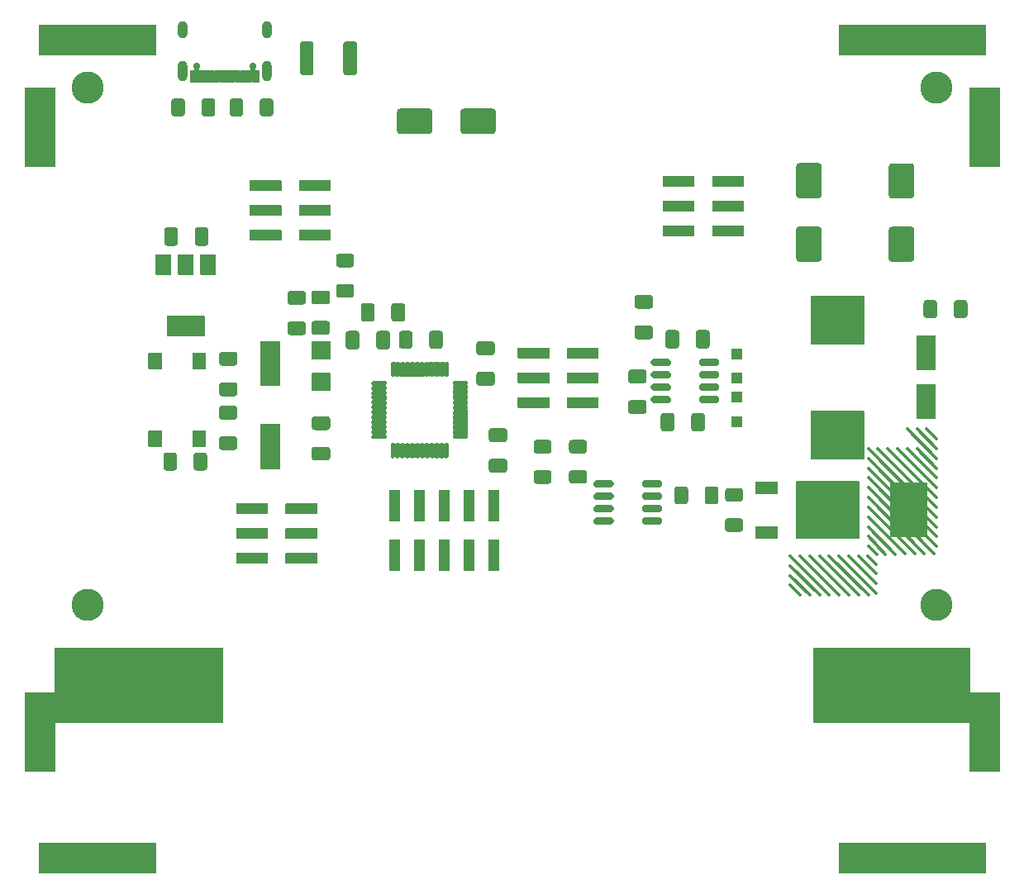
<source format=gbr>
G04 #@! TF.GenerationSoftware,KiCad,Pcbnew,(6.0.0)*
G04 #@! TF.CreationDate,2022-12-26T15:53:49+03:00*
G04 #@! TF.ProjectId,mcu board,6d637520-626f-4617-9264-2e6b69636164,rev?*
G04 #@! TF.SameCoordinates,Original*
G04 #@! TF.FileFunction,Soldermask,Top*
G04 #@! TF.FilePolarity,Negative*
%FSLAX46Y46*%
G04 Gerber Fmt 4.6, Leading zero omitted, Abs format (unit mm)*
G04 Created by KiCad (PCBNEW (6.0.0)) date 2022-12-26 15:53:49*
%MOMM*%
%LPD*%
G01*
G04 APERTURE LIST*
%ADD10C,0.100000*%
%ADD11C,0.300000*%
%ADD12C,0.702000*%
%ADD13O,1.002000X1.802000*%
%ADD14O,1.002000X2.102000*%
%ADD15C,3.302000*%
G04 APERTURE END LIST*
D10*
X98000000Y-148400000D02*
X98000000Y-145400000D01*
X98000000Y-145400000D02*
X110000000Y-145400000D01*
X110000000Y-145400000D02*
X110000000Y-148400000D01*
X110000000Y-148400000D02*
X98000000Y-148400000D01*
G36*
X110000000Y-148400000D02*
G01*
X98000000Y-148400000D01*
X98000000Y-145400000D01*
X110000000Y-145400000D01*
X110000000Y-148400000D01*
G37*
X110000000Y-148400000D02*
X98000000Y-148400000D01*
X98000000Y-145400000D01*
X110000000Y-145400000D01*
X110000000Y-148400000D01*
D11*
X183000000Y-107000000D02*
X190000000Y-114000000D01*
D10*
X116800000Y-125400000D02*
X116800000Y-133000000D01*
X116800000Y-133000000D02*
X99600000Y-133000000D01*
X99600000Y-133000000D02*
X99600000Y-125400000D01*
X99600000Y-125400000D02*
X116800000Y-125400000D01*
G36*
X116800000Y-133000000D02*
G01*
X99600000Y-133000000D01*
X99600000Y-125400000D01*
X116800000Y-125400000D01*
X116800000Y-133000000D01*
G37*
X116800000Y-133000000D02*
X99600000Y-133000000D01*
X99600000Y-125400000D01*
X116800000Y-125400000D01*
X116800000Y-133000000D01*
D11*
X183000000Y-113000000D02*
X185760000Y-115800000D01*
X183000000Y-106000000D02*
X190000000Y-113000000D01*
X183000000Y-109000000D02*
X189720000Y-115750000D01*
X183000000Y-111000000D02*
X187750000Y-115770000D01*
D10*
X196400000Y-130000000D02*
X193400000Y-130000000D01*
X193400000Y-130000000D02*
X193400000Y-138000000D01*
X193400000Y-138000000D02*
X196400000Y-138000000D01*
X196400000Y-138000000D02*
X196400000Y-130000000D01*
G36*
X196400000Y-138000000D02*
G01*
X193400000Y-138000000D01*
X193400000Y-130000000D01*
X196400000Y-130000000D01*
X196400000Y-138000000D01*
G37*
X196400000Y-138000000D02*
X193400000Y-138000000D01*
X193400000Y-130000000D01*
X196400000Y-130000000D01*
X196400000Y-138000000D01*
X180000000Y-61600000D02*
X180000000Y-64600000D01*
X180000000Y-64600000D02*
X195000000Y-64600000D01*
X195000000Y-64600000D02*
X195000000Y-61600000D01*
X195000000Y-61600000D02*
X180000000Y-61600000D01*
G36*
X195000000Y-64600000D02*
G01*
X180000000Y-64600000D01*
X180000000Y-61600000D01*
X195000000Y-61600000D01*
X195000000Y-64600000D01*
G37*
X195000000Y-64600000D02*
X180000000Y-64600000D01*
X180000000Y-61600000D01*
X195000000Y-61600000D01*
X195000000Y-64600000D01*
D11*
X183000000Y-114000000D02*
X184750000Y-115800000D01*
D10*
X96600000Y-68000000D02*
X99600000Y-68000000D01*
X99600000Y-68000000D02*
X99600000Y-76000000D01*
X99600000Y-76000000D02*
X96600000Y-76000000D01*
X96600000Y-76000000D02*
X96600000Y-68000000D01*
G36*
X99600000Y-76000000D02*
G01*
X96600000Y-76000000D01*
X96600000Y-68000000D01*
X99600000Y-68000000D01*
X99600000Y-76000000D01*
G37*
X99600000Y-76000000D02*
X96600000Y-76000000D01*
X96600000Y-68000000D01*
X99600000Y-68000000D01*
X99600000Y-76000000D01*
D11*
X175000000Y-118000000D02*
X177000000Y-120000000D01*
X175000000Y-116000000D02*
X179000000Y-120000000D01*
D10*
X96600000Y-130000000D02*
X99600000Y-130000000D01*
X99600000Y-130000000D02*
X99600000Y-138000000D01*
X99600000Y-138000000D02*
X96600000Y-138000000D01*
X96600000Y-138000000D02*
X96600000Y-130000000D01*
G36*
X99600000Y-138000000D02*
G01*
X96600000Y-138000000D01*
X96600000Y-130000000D01*
X99600000Y-130000000D01*
X99600000Y-138000000D01*
G37*
X99600000Y-138000000D02*
X96600000Y-138000000D01*
X96600000Y-130000000D01*
X99600000Y-130000000D01*
X99600000Y-138000000D01*
D11*
X175000000Y-119000000D02*
X176000000Y-120000000D01*
D10*
X189000000Y-114000000D02*
X185250000Y-114000000D01*
X185250000Y-114000000D02*
X185250000Y-108500000D01*
X185250000Y-108500000D02*
X189000000Y-108500000D01*
X189000000Y-108500000D02*
X189000000Y-114000000D01*
G36*
X189000000Y-114000000D02*
G01*
X185250000Y-114000000D01*
X185250000Y-108500000D01*
X189000000Y-108500000D01*
X189000000Y-114000000D01*
G37*
X189000000Y-114000000D02*
X185250000Y-114000000D01*
X185250000Y-108500000D01*
X189000000Y-108500000D01*
X189000000Y-114000000D01*
D11*
X186000000Y-105000000D02*
X190000000Y-109000000D01*
X189000000Y-103000000D02*
X190000000Y-104000000D01*
X183000000Y-110000000D02*
X188710000Y-115750000D01*
X179000000Y-116000000D02*
X183000000Y-120000000D01*
D10*
X98000000Y-61600000D02*
X98000000Y-64600000D01*
X98000000Y-64600000D02*
X110000000Y-64600000D01*
X110000000Y-64600000D02*
X110000000Y-61600000D01*
X110000000Y-61600000D02*
X98000000Y-61600000D01*
G36*
X110000000Y-64600000D02*
G01*
X98000000Y-64600000D01*
X98000000Y-61600000D01*
X110000000Y-61600000D01*
X110000000Y-64600000D01*
G37*
X110000000Y-64600000D02*
X98000000Y-64600000D01*
X98000000Y-61600000D01*
X110000000Y-61600000D01*
X110000000Y-64600000D01*
D11*
X178000000Y-116000000D02*
X182000000Y-120000000D01*
X183020000Y-112020000D02*
X186740000Y-115770000D01*
X182000000Y-116000000D02*
X183800000Y-117810000D01*
X183000000Y-105000000D02*
X190000000Y-112000000D01*
X180000000Y-116000000D02*
X183800000Y-119830000D01*
X183000000Y-115000000D02*
X183855000Y-115855000D01*
X176000000Y-116000000D02*
X180000000Y-120000000D01*
X175000000Y-117000000D02*
X178000000Y-120000000D01*
X181000000Y-116000000D02*
X183790000Y-118810000D01*
X187000000Y-103000000D02*
X190000000Y-106000000D01*
X182990000Y-115990000D02*
X183810000Y-116810000D01*
X184000000Y-105000000D02*
X190000000Y-111000000D01*
D10*
X196400000Y-68000000D02*
X193400000Y-68000000D01*
X193400000Y-68000000D02*
X193400000Y-76000000D01*
X193400000Y-76000000D02*
X196400000Y-76000000D01*
X196400000Y-76000000D02*
X196400000Y-68000000D01*
G36*
X196400000Y-76000000D02*
G01*
X193400000Y-76000000D01*
X193400000Y-68000000D01*
X196400000Y-68000000D01*
X196400000Y-76000000D01*
G37*
X196400000Y-76000000D02*
X193400000Y-76000000D01*
X193400000Y-68000000D01*
X196400000Y-68000000D01*
X196400000Y-76000000D01*
D11*
X183000000Y-108000000D02*
X190000000Y-115000000D01*
D10*
X177400000Y-125400000D02*
X177400000Y-133000000D01*
X177400000Y-133000000D02*
X193400000Y-133000000D01*
X193400000Y-133000000D02*
X193400000Y-125400000D01*
X193400000Y-125400000D02*
X177400000Y-125400000D01*
G36*
X193400000Y-133000000D02*
G01*
X177400000Y-133000000D01*
X177400000Y-125400000D01*
X193400000Y-125400000D01*
X193400000Y-133000000D01*
G37*
X193400000Y-133000000D02*
X177400000Y-133000000D01*
X177400000Y-125400000D01*
X193400000Y-125400000D01*
X193400000Y-133000000D01*
X180000000Y-148400000D02*
X180000000Y-145400000D01*
X180000000Y-145400000D02*
X195000000Y-145400000D01*
X195000000Y-145400000D02*
X195000000Y-148400000D01*
X195000000Y-148400000D02*
X180000000Y-148400000D01*
G36*
X195000000Y-148400000D02*
G01*
X180000000Y-148400000D01*
X180000000Y-145400000D01*
X195000000Y-145400000D01*
X195000000Y-148400000D01*
G37*
X195000000Y-148400000D02*
X180000000Y-148400000D01*
X180000000Y-145400000D01*
X195000000Y-145400000D01*
X195000000Y-148400000D01*
D11*
X185000000Y-105000000D02*
X190000000Y-110000000D01*
X188000000Y-105000000D02*
X190000000Y-107000000D01*
X177000000Y-116000000D02*
X181000000Y-120000000D01*
X187000000Y-105000000D02*
X190000000Y-108000000D01*
X188000000Y-103000000D02*
X190000000Y-105000000D01*
D10*
X98000000Y-148400000D02*
X98000000Y-145400000D01*
X98000000Y-145400000D02*
X110000000Y-145400000D01*
X110000000Y-145400000D02*
X110000000Y-148400000D01*
X110000000Y-148400000D02*
X98000000Y-148400000D01*
G36*
X110000000Y-148400000D02*
G01*
X98000000Y-148400000D01*
X98000000Y-145400000D01*
X110000000Y-145400000D01*
X110000000Y-148400000D01*
G37*
X110000000Y-148400000D02*
X98000000Y-148400000D01*
X98000000Y-145400000D01*
X110000000Y-145400000D01*
X110000000Y-148400000D01*
D11*
X183000000Y-107000000D02*
X190000000Y-114000000D01*
D10*
X116800000Y-125400000D02*
X116800000Y-133000000D01*
X116800000Y-133000000D02*
X99600000Y-133000000D01*
X99600000Y-133000000D02*
X99600000Y-125400000D01*
X99600000Y-125400000D02*
X116800000Y-125400000D01*
G36*
X116800000Y-133000000D02*
G01*
X99600000Y-133000000D01*
X99600000Y-125400000D01*
X116800000Y-125400000D01*
X116800000Y-133000000D01*
G37*
X116800000Y-133000000D02*
X99600000Y-133000000D01*
X99600000Y-125400000D01*
X116800000Y-125400000D01*
X116800000Y-133000000D01*
D11*
X183000000Y-113000000D02*
X185760000Y-115800000D01*
X183000000Y-106000000D02*
X190000000Y-113000000D01*
X183000000Y-109000000D02*
X189720000Y-115750000D01*
X183000000Y-111000000D02*
X187750000Y-115770000D01*
D10*
X196400000Y-130000000D02*
X193400000Y-130000000D01*
X193400000Y-130000000D02*
X193400000Y-138000000D01*
X193400000Y-138000000D02*
X196400000Y-138000000D01*
X196400000Y-138000000D02*
X196400000Y-130000000D01*
G36*
X196400000Y-138000000D02*
G01*
X193400000Y-138000000D01*
X193400000Y-130000000D01*
X196400000Y-130000000D01*
X196400000Y-138000000D01*
G37*
X196400000Y-138000000D02*
X193400000Y-138000000D01*
X193400000Y-130000000D01*
X196400000Y-130000000D01*
X196400000Y-138000000D01*
X180000000Y-61600000D02*
X180000000Y-64600000D01*
X180000000Y-64600000D02*
X195000000Y-64600000D01*
X195000000Y-64600000D02*
X195000000Y-61600000D01*
X195000000Y-61600000D02*
X180000000Y-61600000D01*
G36*
X195000000Y-64600000D02*
G01*
X180000000Y-64600000D01*
X180000000Y-61600000D01*
X195000000Y-61600000D01*
X195000000Y-64600000D01*
G37*
X195000000Y-64600000D02*
X180000000Y-64600000D01*
X180000000Y-61600000D01*
X195000000Y-61600000D01*
X195000000Y-64600000D01*
D11*
X183000000Y-114000000D02*
X184750000Y-115800000D01*
D10*
X96600000Y-68000000D02*
X99600000Y-68000000D01*
X99600000Y-68000000D02*
X99600000Y-76000000D01*
X99600000Y-76000000D02*
X96600000Y-76000000D01*
X96600000Y-76000000D02*
X96600000Y-68000000D01*
G36*
X99600000Y-76000000D02*
G01*
X96600000Y-76000000D01*
X96600000Y-68000000D01*
X99600000Y-68000000D01*
X99600000Y-76000000D01*
G37*
X99600000Y-76000000D02*
X96600000Y-76000000D01*
X96600000Y-68000000D01*
X99600000Y-68000000D01*
X99600000Y-76000000D01*
D11*
X175000000Y-118000000D02*
X177000000Y-120000000D01*
X175000000Y-116000000D02*
X179000000Y-120000000D01*
D10*
X96600000Y-130000000D02*
X99600000Y-130000000D01*
X99600000Y-130000000D02*
X99600000Y-138000000D01*
X99600000Y-138000000D02*
X96600000Y-138000000D01*
X96600000Y-138000000D02*
X96600000Y-130000000D01*
G36*
X99600000Y-138000000D02*
G01*
X96600000Y-138000000D01*
X96600000Y-130000000D01*
X99600000Y-130000000D01*
X99600000Y-138000000D01*
G37*
X99600000Y-138000000D02*
X96600000Y-138000000D01*
X96600000Y-130000000D01*
X99600000Y-130000000D01*
X99600000Y-138000000D01*
D11*
X175000000Y-119000000D02*
X176000000Y-120000000D01*
D10*
X189000000Y-114000000D02*
X185250000Y-114000000D01*
X185250000Y-114000000D02*
X185250000Y-108500000D01*
X185250000Y-108500000D02*
X189000000Y-108500000D01*
X189000000Y-108500000D02*
X189000000Y-114000000D01*
G36*
X189000000Y-114000000D02*
G01*
X185250000Y-114000000D01*
X185250000Y-108500000D01*
X189000000Y-108500000D01*
X189000000Y-114000000D01*
G37*
X189000000Y-114000000D02*
X185250000Y-114000000D01*
X185250000Y-108500000D01*
X189000000Y-108500000D01*
X189000000Y-114000000D01*
D11*
X186000000Y-105000000D02*
X190000000Y-109000000D01*
X189000000Y-103000000D02*
X190000000Y-104000000D01*
X183000000Y-110000000D02*
X188710000Y-115750000D01*
X179000000Y-116000000D02*
X183000000Y-120000000D01*
D10*
X98000000Y-61600000D02*
X98000000Y-64600000D01*
X98000000Y-64600000D02*
X110000000Y-64600000D01*
X110000000Y-64600000D02*
X110000000Y-61600000D01*
X110000000Y-61600000D02*
X98000000Y-61600000D01*
G36*
X110000000Y-64600000D02*
G01*
X98000000Y-64600000D01*
X98000000Y-61600000D01*
X110000000Y-61600000D01*
X110000000Y-64600000D01*
G37*
X110000000Y-64600000D02*
X98000000Y-64600000D01*
X98000000Y-61600000D01*
X110000000Y-61600000D01*
X110000000Y-64600000D01*
D11*
X178000000Y-116000000D02*
X182000000Y-120000000D01*
X183020000Y-112020000D02*
X186740000Y-115770000D01*
X182000000Y-116000000D02*
X183800000Y-117810000D01*
X183000000Y-105000000D02*
X190000000Y-112000000D01*
X180000000Y-116000000D02*
X183800000Y-119830000D01*
X183000000Y-115000000D02*
X183855000Y-115855000D01*
X176000000Y-116000000D02*
X180000000Y-120000000D01*
X175000000Y-117000000D02*
X178000000Y-120000000D01*
X181000000Y-116000000D02*
X183790000Y-118810000D01*
X187000000Y-103000000D02*
X190000000Y-106000000D01*
X182990000Y-115990000D02*
X183810000Y-116810000D01*
X184000000Y-105000000D02*
X190000000Y-111000000D01*
D10*
X196400000Y-68000000D02*
X193400000Y-68000000D01*
X193400000Y-68000000D02*
X193400000Y-76000000D01*
X193400000Y-76000000D02*
X196400000Y-76000000D01*
X196400000Y-76000000D02*
X196400000Y-68000000D01*
G36*
X196400000Y-76000000D02*
G01*
X193400000Y-76000000D01*
X193400000Y-68000000D01*
X196400000Y-68000000D01*
X196400000Y-76000000D01*
G37*
X196400000Y-76000000D02*
X193400000Y-76000000D01*
X193400000Y-68000000D01*
X196400000Y-68000000D01*
X196400000Y-76000000D01*
D11*
X183000000Y-108000000D02*
X190000000Y-115000000D01*
D10*
X177400000Y-125400000D02*
X177400000Y-133000000D01*
X177400000Y-133000000D02*
X193400000Y-133000000D01*
X193400000Y-133000000D02*
X193400000Y-125400000D01*
X193400000Y-125400000D02*
X177400000Y-125400000D01*
G36*
X193400000Y-133000000D02*
G01*
X177400000Y-133000000D01*
X177400000Y-125400000D01*
X193400000Y-125400000D01*
X193400000Y-133000000D01*
G37*
X193400000Y-133000000D02*
X177400000Y-133000000D01*
X177400000Y-125400000D01*
X193400000Y-125400000D01*
X193400000Y-133000000D01*
X180000000Y-148400000D02*
X180000000Y-145400000D01*
X180000000Y-145400000D02*
X195000000Y-145400000D01*
X195000000Y-145400000D02*
X195000000Y-148400000D01*
X195000000Y-148400000D02*
X180000000Y-148400000D01*
G36*
X195000000Y-148400000D02*
G01*
X180000000Y-148400000D01*
X180000000Y-145400000D01*
X195000000Y-145400000D01*
X195000000Y-148400000D01*
G37*
X195000000Y-148400000D02*
X180000000Y-148400000D01*
X180000000Y-145400000D01*
X195000000Y-145400000D01*
X195000000Y-148400000D01*
D11*
X185000000Y-105000000D02*
X190000000Y-110000000D01*
X188000000Y-105000000D02*
X190000000Y-107000000D01*
X177000000Y-116000000D02*
X181000000Y-120000000D01*
X187000000Y-105000000D02*
X190000000Y-108000000D01*
X188000000Y-103000000D02*
X190000000Y-105000000D01*
G36*
G01*
X120740000Y-93969000D02*
X122740000Y-93969000D01*
G75*
G02*
X122791000Y-94020000I0J-51000D01*
G01*
X122791000Y-98520000D01*
G75*
G02*
X122740000Y-98571000I-51000J0D01*
G01*
X120740000Y-98571000D01*
G75*
G02*
X120689000Y-98520000I0J51000D01*
G01*
X120689000Y-94020000D01*
G75*
G02*
X120740000Y-93969000I51000J0D01*
G01*
G37*
G36*
G01*
X120740000Y-102469000D02*
X122740000Y-102469000D01*
G75*
G02*
X122791000Y-102520000I0J-51000D01*
G01*
X122791000Y-107020000D01*
G75*
G02*
X122740000Y-107071000I-51000J0D01*
G01*
X120740000Y-107071000D01*
G75*
G02*
X120689000Y-107020000I0J51000D01*
G01*
X120689000Y-102520000D01*
G75*
G02*
X120740000Y-102469000I51000J0D01*
G01*
G37*
G36*
G01*
X126050000Y-93994000D02*
X127850000Y-93994000D01*
G75*
G02*
X127901000Y-94045000I0J-51000D01*
G01*
X127901000Y-95795000D01*
G75*
G02*
X127850000Y-95846000I-51000J0D01*
G01*
X126050000Y-95846000D01*
G75*
G02*
X125999000Y-95795000I0J51000D01*
G01*
X125999000Y-94045000D01*
G75*
G02*
X126050000Y-93994000I51000J0D01*
G01*
G37*
G36*
G01*
X126050000Y-97244000D02*
X127850000Y-97244000D01*
G75*
G02*
X127901000Y-97295000I0J-51000D01*
G01*
X127901000Y-99045000D01*
G75*
G02*
X127850000Y-99096000I-51000J0D01*
G01*
X126050000Y-99096000D01*
G75*
G02*
X125999000Y-99045000I0J51000D01*
G01*
X125999000Y-97295000D01*
G75*
G02*
X126050000Y-97244000I51000J0D01*
G01*
G37*
G36*
G01*
X118090000Y-99628500D02*
X116790000Y-99628500D01*
G75*
G02*
X116489000Y-99327500I0J301000D01*
G01*
X116489000Y-98502500D01*
G75*
G02*
X116790000Y-98201500I301000J0D01*
G01*
X118090000Y-98201500D01*
G75*
G02*
X118391000Y-98502500I0J-301000D01*
G01*
X118391000Y-99327500D01*
G75*
G02*
X118090000Y-99628500I-301000J0D01*
G01*
G37*
G36*
G01*
X118090000Y-96503500D02*
X116790000Y-96503500D01*
G75*
G02*
X116489000Y-96202500I0J301000D01*
G01*
X116489000Y-95377500D01*
G75*
G02*
X116790000Y-95076500I301000J0D01*
G01*
X118090000Y-95076500D01*
G75*
G02*
X118391000Y-95377500I0J-301000D01*
G01*
X118391000Y-96202500D01*
G75*
G02*
X118090000Y-96503500I-301000J0D01*
G01*
G37*
G36*
G01*
X116770000Y-100594000D02*
X118070000Y-100594000D01*
G75*
G02*
X118371000Y-100895000I0J-301000D01*
G01*
X118371000Y-101720000D01*
G75*
G02*
X118070000Y-102021000I-301000J0D01*
G01*
X116770000Y-102021000D01*
G75*
G02*
X116469000Y-101720000I0J301000D01*
G01*
X116469000Y-100895000D01*
G75*
G02*
X116770000Y-100594000I301000J0D01*
G01*
G37*
G36*
G01*
X116770000Y-103719000D02*
X118070000Y-103719000D01*
G75*
G02*
X118371000Y-104020000I0J-301000D01*
G01*
X118371000Y-104845000D01*
G75*
G02*
X118070000Y-105146000I-301000J0D01*
G01*
X116770000Y-105146000D01*
G75*
G02*
X116469000Y-104845000I0J301000D01*
G01*
X116469000Y-104020000D01*
G75*
G02*
X116770000Y-103719000I301000J0D01*
G01*
G37*
G36*
G01*
X127550000Y-93338500D02*
X126250000Y-93338500D01*
G75*
G02*
X125949000Y-93037500I0J301000D01*
G01*
X125949000Y-92212500D01*
G75*
G02*
X126250000Y-91911500I301000J0D01*
G01*
X127550000Y-91911500D01*
G75*
G02*
X127851000Y-92212500I0J-301000D01*
G01*
X127851000Y-93037500D01*
G75*
G02*
X127550000Y-93338500I-301000J0D01*
G01*
G37*
G36*
G01*
X127550000Y-90213500D02*
X126250000Y-90213500D01*
G75*
G02*
X125949000Y-89912500I0J301000D01*
G01*
X125949000Y-89087500D01*
G75*
G02*
X126250000Y-88786500I301000J0D01*
G01*
X127550000Y-88786500D01*
G75*
G02*
X127851000Y-89087500I0J-301000D01*
G01*
X127851000Y-89912500D01*
G75*
G02*
X127550000Y-90213500I-301000J0D01*
G01*
G37*
G36*
G01*
X125090000Y-93373500D02*
X123790000Y-93373500D01*
G75*
G02*
X123489000Y-93072500I0J301000D01*
G01*
X123489000Y-92247500D01*
G75*
G02*
X123790000Y-91946500I301000J0D01*
G01*
X125090000Y-91946500D01*
G75*
G02*
X125391000Y-92247500I0J-301000D01*
G01*
X125391000Y-93072500D01*
G75*
G02*
X125090000Y-93373500I-301000J0D01*
G01*
G37*
G36*
G01*
X125090000Y-90248500D02*
X123790000Y-90248500D01*
G75*
G02*
X123489000Y-89947500I0J301000D01*
G01*
X123489000Y-89122500D01*
G75*
G02*
X123790000Y-88821500I301000J0D01*
G01*
X125090000Y-88821500D01*
G75*
G02*
X125391000Y-89122500I0J-301000D01*
G01*
X125391000Y-89947500D01*
G75*
G02*
X125090000Y-90248500I-301000J0D01*
G01*
G37*
G36*
G01*
X115418500Y-82610000D02*
X115418500Y-83910000D01*
G75*
G02*
X115117500Y-84211000I-301000J0D01*
G01*
X114292500Y-84211000D01*
G75*
G02*
X113991500Y-83910000I0J301000D01*
G01*
X113991500Y-82610000D01*
G75*
G02*
X114292500Y-82309000I301000J0D01*
G01*
X115117500Y-82309000D01*
G75*
G02*
X115418500Y-82610000I0J-301000D01*
G01*
G37*
G36*
G01*
X112293500Y-82610000D02*
X112293500Y-83910000D01*
G75*
G02*
X111992500Y-84211000I-301000J0D01*
G01*
X111167500Y-84211000D01*
G75*
G02*
X110866500Y-83910000I0J301000D01*
G01*
X110866500Y-82610000D01*
G75*
G02*
X111167500Y-82309000I301000J0D01*
G01*
X111992500Y-82309000D01*
G75*
G02*
X112293500Y-82610000I0J-301000D01*
G01*
G37*
G36*
G01*
X160650000Y-93788500D02*
X159350000Y-93788500D01*
G75*
G02*
X159049000Y-93487500I0J301000D01*
G01*
X159049000Y-92662500D01*
G75*
G02*
X159350000Y-92361500I301000J0D01*
G01*
X160650000Y-92361500D01*
G75*
G02*
X160951000Y-92662500I0J-301000D01*
G01*
X160951000Y-93487500D01*
G75*
G02*
X160650000Y-93788500I-301000J0D01*
G01*
G37*
G36*
G01*
X160650000Y-90663500D02*
X159350000Y-90663500D01*
G75*
G02*
X159049000Y-90362500I0J301000D01*
G01*
X159049000Y-89537500D01*
G75*
G02*
X159350000Y-89236500I301000J0D01*
G01*
X160650000Y-89236500D01*
G75*
G02*
X160951000Y-89537500I0J-301000D01*
G01*
X160951000Y-90362500D01*
G75*
G02*
X160650000Y-90663500I-301000J0D01*
G01*
G37*
G36*
G01*
X134018500Y-93230000D02*
X134018500Y-94530000D01*
G75*
G02*
X133717500Y-94831000I-301000J0D01*
G01*
X132892500Y-94831000D01*
G75*
G02*
X132591500Y-94530000I0J301000D01*
G01*
X132591500Y-93230000D01*
G75*
G02*
X132892500Y-92929000I301000J0D01*
G01*
X133717500Y-92929000D01*
G75*
G02*
X134018500Y-93230000I0J-301000D01*
G01*
G37*
G36*
G01*
X130893500Y-93230000D02*
X130893500Y-94530000D01*
G75*
G02*
X130592500Y-94831000I-301000J0D01*
G01*
X129767500Y-94831000D01*
G75*
G02*
X129466500Y-94530000I0J301000D01*
G01*
X129466500Y-93230000D01*
G75*
G02*
X129767500Y-92929000I301000J0D01*
G01*
X130592500Y-92929000D01*
G75*
G02*
X130893500Y-93230000I0J-301000D01*
G01*
G37*
G36*
G01*
X135563500Y-90380000D02*
X135563500Y-91680000D01*
G75*
G02*
X135262500Y-91981000I-301000J0D01*
G01*
X134437500Y-91981000D01*
G75*
G02*
X134136500Y-91680000I0J301000D01*
G01*
X134136500Y-90380000D01*
G75*
G02*
X134437500Y-90079000I301000J0D01*
G01*
X135262500Y-90079000D01*
G75*
G02*
X135563500Y-90380000I0J-301000D01*
G01*
G37*
G36*
G01*
X132438500Y-90380000D02*
X132438500Y-91680000D01*
G75*
G02*
X132137500Y-91981000I-301000J0D01*
G01*
X131312500Y-91981000D01*
G75*
G02*
X131011500Y-91680000I0J301000D01*
G01*
X131011500Y-90380000D01*
G75*
G02*
X131312500Y-90079000I301000J0D01*
G01*
X132137500Y-90079000D01*
G75*
G02*
X132438500Y-90380000I0J-301000D01*
G01*
G37*
G36*
G01*
X113800000Y-95194000D02*
X115100000Y-95194000D01*
G75*
G02*
X115151000Y-95245000I0J-51000D01*
G01*
X115151000Y-96795000D01*
G75*
G02*
X115100000Y-96846000I-51000J0D01*
G01*
X113800000Y-96846000D01*
G75*
G02*
X113749000Y-96795000I0J51000D01*
G01*
X113749000Y-95245000D01*
G75*
G02*
X113800000Y-95194000I51000J0D01*
G01*
G37*
G36*
G01*
X113800000Y-103144000D02*
X115100000Y-103144000D01*
G75*
G02*
X115151000Y-103195000I0J-51000D01*
G01*
X115151000Y-104745000D01*
G75*
G02*
X115100000Y-104796000I-51000J0D01*
G01*
X113800000Y-104796000D01*
G75*
G02*
X113749000Y-104745000I0J51000D01*
G01*
X113749000Y-103195000D01*
G75*
G02*
X113800000Y-103144000I51000J0D01*
G01*
G37*
G36*
G01*
X109300000Y-95194000D02*
X110600000Y-95194000D01*
G75*
G02*
X110651000Y-95245000I0J-51000D01*
G01*
X110651000Y-96795000D01*
G75*
G02*
X110600000Y-96846000I-51000J0D01*
G01*
X109300000Y-96846000D01*
G75*
G02*
X109249000Y-96795000I0J51000D01*
G01*
X109249000Y-95245000D01*
G75*
G02*
X109300000Y-95194000I51000J0D01*
G01*
G37*
G36*
G01*
X109300000Y-103144000D02*
X110600000Y-103144000D01*
G75*
G02*
X110651000Y-103195000I0J-51000D01*
G01*
X110651000Y-104745000D01*
G75*
G02*
X110600000Y-104796000I-51000J0D01*
G01*
X109300000Y-104796000D01*
G75*
G02*
X109249000Y-104745000I0J51000D01*
G01*
X109249000Y-103195000D01*
G75*
G02*
X109300000Y-103144000I51000J0D01*
G01*
G37*
G36*
G01*
X145720000Y-107458500D02*
X144420000Y-107458500D01*
G75*
G02*
X144119000Y-107157500I0J301000D01*
G01*
X144119000Y-106332500D01*
G75*
G02*
X144420000Y-106031500I301000J0D01*
G01*
X145720000Y-106031500D01*
G75*
G02*
X146021000Y-106332500I0J-301000D01*
G01*
X146021000Y-107157500D01*
G75*
G02*
X145720000Y-107458500I-301000J0D01*
G01*
G37*
G36*
G01*
X145720000Y-104333500D02*
X144420000Y-104333500D01*
G75*
G02*
X144119000Y-104032500I0J301000D01*
G01*
X144119000Y-103207500D01*
G75*
G02*
X144420000Y-102906500I301000J0D01*
G01*
X145720000Y-102906500D01*
G75*
G02*
X146021000Y-103207500I0J-301000D01*
G01*
X146021000Y-104032500D01*
G75*
G02*
X145720000Y-104333500I-301000J0D01*
G01*
G37*
G36*
G01*
X143140000Y-93986500D02*
X144440000Y-93986500D01*
G75*
G02*
X144741000Y-94287500I0J-301000D01*
G01*
X144741000Y-95112500D01*
G75*
G02*
X144440000Y-95413500I-301000J0D01*
G01*
X143140000Y-95413500D01*
G75*
G02*
X142839000Y-95112500I0J301000D01*
G01*
X142839000Y-94287500D01*
G75*
G02*
X143140000Y-93986500I301000J0D01*
G01*
G37*
G36*
G01*
X143140000Y-97111500D02*
X144440000Y-97111500D01*
G75*
G02*
X144741000Y-97412500I0J-301000D01*
G01*
X144741000Y-98237500D01*
G75*
G02*
X144440000Y-98538500I-301000J0D01*
G01*
X143140000Y-98538500D01*
G75*
G02*
X142839000Y-98237500I0J301000D01*
G01*
X142839000Y-97412500D01*
G75*
G02*
X143140000Y-97111500I301000J0D01*
G01*
G37*
G36*
G01*
X126280000Y-101666500D02*
X127580000Y-101666500D01*
G75*
G02*
X127881000Y-101967500I0J-301000D01*
G01*
X127881000Y-102792500D01*
G75*
G02*
X127580000Y-103093500I-301000J0D01*
G01*
X126280000Y-103093500D01*
G75*
G02*
X125979000Y-102792500I0J301000D01*
G01*
X125979000Y-101967500D01*
G75*
G02*
X126280000Y-101666500I301000J0D01*
G01*
G37*
G36*
G01*
X126280000Y-104791500D02*
X127580000Y-104791500D01*
G75*
G02*
X127881000Y-105092500I0J-301000D01*
G01*
X127881000Y-105917500D01*
G75*
G02*
X127580000Y-106218500I-301000J0D01*
G01*
X126280000Y-106218500D01*
G75*
G02*
X125979000Y-105917500I0J301000D01*
G01*
X125979000Y-105092500D01*
G75*
G02*
X126280000Y-104791500I301000J0D01*
G01*
G37*
G36*
G01*
X177920000Y-85841000D02*
X175920000Y-85841000D01*
G75*
G02*
X175619000Y-85540000I0J301000D01*
G01*
X175619000Y-82540000D01*
G75*
G02*
X175920000Y-82239000I301000J0D01*
G01*
X177920000Y-82239000D01*
G75*
G02*
X178221000Y-82540000I0J-301000D01*
G01*
X178221000Y-85540000D01*
G75*
G02*
X177920000Y-85841000I-301000J0D01*
G01*
G37*
G36*
G01*
X177920000Y-79341000D02*
X175920000Y-79341000D01*
G75*
G02*
X175619000Y-79040000I0J301000D01*
G01*
X175619000Y-76040000D01*
G75*
G02*
X175920000Y-75739000I301000J0D01*
G01*
X177920000Y-75739000D01*
G75*
G02*
X178221000Y-76040000I0J-301000D01*
G01*
X178221000Y-79040000D01*
G75*
G02*
X177920000Y-79341000I-301000J0D01*
G01*
G37*
G36*
G01*
X135010000Y-117536000D02*
X134010000Y-117536000D01*
G75*
G02*
X133959000Y-117485000I0J51000D01*
G01*
X133959000Y-114335000D01*
G75*
G02*
X134010000Y-114284000I51000J0D01*
G01*
X135010000Y-114284000D01*
G75*
G02*
X135061000Y-114335000I0J-51000D01*
G01*
X135061000Y-117485000D01*
G75*
G02*
X135010000Y-117536000I-51000J0D01*
G01*
G37*
G36*
G01*
X135010000Y-112486000D02*
X134010000Y-112486000D01*
G75*
G02*
X133959000Y-112435000I0J51000D01*
G01*
X133959000Y-109285000D01*
G75*
G02*
X134010000Y-109234000I51000J0D01*
G01*
X135010000Y-109234000D01*
G75*
G02*
X135061000Y-109285000I0J-51000D01*
G01*
X135061000Y-112435000D01*
G75*
G02*
X135010000Y-112486000I-51000J0D01*
G01*
G37*
G36*
G01*
X137550000Y-117536000D02*
X136550000Y-117536000D01*
G75*
G02*
X136499000Y-117485000I0J51000D01*
G01*
X136499000Y-114335000D01*
G75*
G02*
X136550000Y-114284000I51000J0D01*
G01*
X137550000Y-114284000D01*
G75*
G02*
X137601000Y-114335000I0J-51000D01*
G01*
X137601000Y-117485000D01*
G75*
G02*
X137550000Y-117536000I-51000J0D01*
G01*
G37*
G36*
G01*
X137550000Y-112486000D02*
X136550000Y-112486000D01*
G75*
G02*
X136499000Y-112435000I0J51000D01*
G01*
X136499000Y-109285000D01*
G75*
G02*
X136550000Y-109234000I51000J0D01*
G01*
X137550000Y-109234000D01*
G75*
G02*
X137601000Y-109285000I0J-51000D01*
G01*
X137601000Y-112435000D01*
G75*
G02*
X137550000Y-112486000I-51000J0D01*
G01*
G37*
G36*
G01*
X140090000Y-117536000D02*
X139090000Y-117536000D01*
G75*
G02*
X139039000Y-117485000I0J51000D01*
G01*
X139039000Y-114335000D01*
G75*
G02*
X139090000Y-114284000I51000J0D01*
G01*
X140090000Y-114284000D01*
G75*
G02*
X140141000Y-114335000I0J-51000D01*
G01*
X140141000Y-117485000D01*
G75*
G02*
X140090000Y-117536000I-51000J0D01*
G01*
G37*
G36*
G01*
X140090000Y-112486000D02*
X139090000Y-112486000D01*
G75*
G02*
X139039000Y-112435000I0J51000D01*
G01*
X139039000Y-109285000D01*
G75*
G02*
X139090000Y-109234000I51000J0D01*
G01*
X140090000Y-109234000D01*
G75*
G02*
X140141000Y-109285000I0J-51000D01*
G01*
X140141000Y-112435000D01*
G75*
G02*
X140090000Y-112486000I-51000J0D01*
G01*
G37*
G36*
G01*
X142630000Y-117536000D02*
X141630000Y-117536000D01*
G75*
G02*
X141579000Y-117485000I0J51000D01*
G01*
X141579000Y-114335000D01*
G75*
G02*
X141630000Y-114284000I51000J0D01*
G01*
X142630000Y-114284000D01*
G75*
G02*
X142681000Y-114335000I0J-51000D01*
G01*
X142681000Y-117485000D01*
G75*
G02*
X142630000Y-117536000I-51000J0D01*
G01*
G37*
G36*
G01*
X142630000Y-112486000D02*
X141630000Y-112486000D01*
G75*
G02*
X141579000Y-112435000I0J51000D01*
G01*
X141579000Y-109285000D01*
G75*
G02*
X141630000Y-109234000I51000J0D01*
G01*
X142630000Y-109234000D01*
G75*
G02*
X142681000Y-109285000I0J-51000D01*
G01*
X142681000Y-112435000D01*
G75*
G02*
X142630000Y-112486000I-51000J0D01*
G01*
G37*
G36*
G01*
X145170000Y-117536000D02*
X144170000Y-117536000D01*
G75*
G02*
X144119000Y-117485000I0J51000D01*
G01*
X144119000Y-114335000D01*
G75*
G02*
X144170000Y-114284000I51000J0D01*
G01*
X145170000Y-114284000D01*
G75*
G02*
X145221000Y-114335000I0J-51000D01*
G01*
X145221000Y-117485000D01*
G75*
G02*
X145170000Y-117536000I-51000J0D01*
G01*
G37*
G36*
G01*
X145170000Y-112486000D02*
X144170000Y-112486000D01*
G75*
G02*
X144119000Y-112435000I0J51000D01*
G01*
X144119000Y-109285000D01*
G75*
G02*
X144170000Y-109234000I51000J0D01*
G01*
X145170000Y-109234000D01*
G75*
G02*
X145221000Y-109285000I0J-51000D01*
G01*
X145221000Y-112435000D01*
G75*
G02*
X145170000Y-112486000I-51000J0D01*
G01*
G37*
G36*
G01*
X127936000Y-82620000D02*
X127936000Y-83620000D01*
G75*
G02*
X127885000Y-83671000I-51000J0D01*
G01*
X124735000Y-83671000D01*
G75*
G02*
X124684000Y-83620000I0J51000D01*
G01*
X124684000Y-82620000D01*
G75*
G02*
X124735000Y-82569000I51000J0D01*
G01*
X127885000Y-82569000D01*
G75*
G02*
X127936000Y-82620000I0J-51000D01*
G01*
G37*
G36*
G01*
X122886000Y-82620000D02*
X122886000Y-83620000D01*
G75*
G02*
X122835000Y-83671000I-51000J0D01*
G01*
X119685000Y-83671000D01*
G75*
G02*
X119634000Y-83620000I0J51000D01*
G01*
X119634000Y-82620000D01*
G75*
G02*
X119685000Y-82569000I51000J0D01*
G01*
X122835000Y-82569000D01*
G75*
G02*
X122886000Y-82620000I0J-51000D01*
G01*
G37*
G36*
G01*
X127936000Y-80080000D02*
X127936000Y-81080000D01*
G75*
G02*
X127885000Y-81131000I-51000J0D01*
G01*
X124735000Y-81131000D01*
G75*
G02*
X124684000Y-81080000I0J51000D01*
G01*
X124684000Y-80080000D01*
G75*
G02*
X124735000Y-80029000I51000J0D01*
G01*
X127885000Y-80029000D01*
G75*
G02*
X127936000Y-80080000I0J-51000D01*
G01*
G37*
G36*
G01*
X122886000Y-80080000D02*
X122886000Y-81080000D01*
G75*
G02*
X122835000Y-81131000I-51000J0D01*
G01*
X119685000Y-81131000D01*
G75*
G02*
X119634000Y-81080000I0J51000D01*
G01*
X119634000Y-80080000D01*
G75*
G02*
X119685000Y-80029000I51000J0D01*
G01*
X122835000Y-80029000D01*
G75*
G02*
X122886000Y-80080000I0J-51000D01*
G01*
G37*
G36*
G01*
X127936000Y-77540000D02*
X127936000Y-78540000D01*
G75*
G02*
X127885000Y-78591000I-51000J0D01*
G01*
X124735000Y-78591000D01*
G75*
G02*
X124684000Y-78540000I0J51000D01*
G01*
X124684000Y-77540000D01*
G75*
G02*
X124735000Y-77489000I51000J0D01*
G01*
X127885000Y-77489000D01*
G75*
G02*
X127936000Y-77540000I0J-51000D01*
G01*
G37*
G36*
G01*
X122886000Y-77540000D02*
X122886000Y-78540000D01*
G75*
G02*
X122835000Y-78591000I-51000J0D01*
G01*
X119685000Y-78591000D01*
G75*
G02*
X119634000Y-78540000I0J51000D01*
G01*
X119634000Y-77540000D01*
G75*
G02*
X119685000Y-77489000I51000J0D01*
G01*
X122835000Y-77489000D01*
G75*
G02*
X122886000Y-77540000I0J-51000D01*
G01*
G37*
G36*
G01*
X126546000Y-115730000D02*
X126546000Y-116730000D01*
G75*
G02*
X126495000Y-116781000I-51000J0D01*
G01*
X123345000Y-116781000D01*
G75*
G02*
X123294000Y-116730000I0J51000D01*
G01*
X123294000Y-115730000D01*
G75*
G02*
X123345000Y-115679000I51000J0D01*
G01*
X126495000Y-115679000D01*
G75*
G02*
X126546000Y-115730000I0J-51000D01*
G01*
G37*
G36*
G01*
X121496000Y-115730000D02*
X121496000Y-116730000D01*
G75*
G02*
X121445000Y-116781000I-51000J0D01*
G01*
X118295000Y-116781000D01*
G75*
G02*
X118244000Y-116730000I0J51000D01*
G01*
X118244000Y-115730000D01*
G75*
G02*
X118295000Y-115679000I51000J0D01*
G01*
X121445000Y-115679000D01*
G75*
G02*
X121496000Y-115730000I0J-51000D01*
G01*
G37*
G36*
G01*
X126546000Y-113190000D02*
X126546000Y-114190000D01*
G75*
G02*
X126495000Y-114241000I-51000J0D01*
G01*
X123345000Y-114241000D01*
G75*
G02*
X123294000Y-114190000I0J51000D01*
G01*
X123294000Y-113190000D01*
G75*
G02*
X123345000Y-113139000I51000J0D01*
G01*
X126495000Y-113139000D01*
G75*
G02*
X126546000Y-113190000I0J-51000D01*
G01*
G37*
G36*
G01*
X121496000Y-113190000D02*
X121496000Y-114190000D01*
G75*
G02*
X121445000Y-114241000I-51000J0D01*
G01*
X118295000Y-114241000D01*
G75*
G02*
X118244000Y-114190000I0J51000D01*
G01*
X118244000Y-113190000D01*
G75*
G02*
X118295000Y-113139000I51000J0D01*
G01*
X121445000Y-113139000D01*
G75*
G02*
X121496000Y-113190000I0J-51000D01*
G01*
G37*
G36*
G01*
X126546000Y-110650000D02*
X126546000Y-111650000D01*
G75*
G02*
X126495000Y-111701000I-51000J0D01*
G01*
X123345000Y-111701000D01*
G75*
G02*
X123294000Y-111650000I0J51000D01*
G01*
X123294000Y-110650000D01*
G75*
G02*
X123345000Y-110599000I51000J0D01*
G01*
X126495000Y-110599000D01*
G75*
G02*
X126546000Y-110650000I0J-51000D01*
G01*
G37*
G36*
G01*
X121496000Y-110650000D02*
X121496000Y-111650000D01*
G75*
G02*
X121445000Y-111701000I-51000J0D01*
G01*
X118295000Y-111701000D01*
G75*
G02*
X118244000Y-111650000I0J51000D01*
G01*
X118244000Y-110650000D01*
G75*
G02*
X118295000Y-110599000I51000J0D01*
G01*
X121445000Y-110599000D01*
G75*
G02*
X121496000Y-110650000I0J-51000D01*
G01*
G37*
G36*
G01*
X155386000Y-99790000D02*
X155386000Y-100790000D01*
G75*
G02*
X155335000Y-100841000I-51000J0D01*
G01*
X152185000Y-100841000D01*
G75*
G02*
X152134000Y-100790000I0J51000D01*
G01*
X152134000Y-99790000D01*
G75*
G02*
X152185000Y-99739000I51000J0D01*
G01*
X155335000Y-99739000D01*
G75*
G02*
X155386000Y-99790000I0J-51000D01*
G01*
G37*
G36*
G01*
X150336000Y-99790000D02*
X150336000Y-100790000D01*
G75*
G02*
X150285000Y-100841000I-51000J0D01*
G01*
X147135000Y-100841000D01*
G75*
G02*
X147084000Y-100790000I0J51000D01*
G01*
X147084000Y-99790000D01*
G75*
G02*
X147135000Y-99739000I51000J0D01*
G01*
X150285000Y-99739000D01*
G75*
G02*
X150336000Y-99790000I0J-51000D01*
G01*
G37*
G36*
G01*
X155386000Y-97250000D02*
X155386000Y-98250000D01*
G75*
G02*
X155335000Y-98301000I-51000J0D01*
G01*
X152185000Y-98301000D01*
G75*
G02*
X152134000Y-98250000I0J51000D01*
G01*
X152134000Y-97250000D01*
G75*
G02*
X152185000Y-97199000I51000J0D01*
G01*
X155335000Y-97199000D01*
G75*
G02*
X155386000Y-97250000I0J-51000D01*
G01*
G37*
G36*
G01*
X150336000Y-97250000D02*
X150336000Y-98250000D01*
G75*
G02*
X150285000Y-98301000I-51000J0D01*
G01*
X147135000Y-98301000D01*
G75*
G02*
X147084000Y-98250000I0J51000D01*
G01*
X147084000Y-97250000D01*
G75*
G02*
X147135000Y-97199000I51000J0D01*
G01*
X150285000Y-97199000D01*
G75*
G02*
X150336000Y-97250000I0J-51000D01*
G01*
G37*
G36*
G01*
X155386000Y-94710000D02*
X155386000Y-95710000D01*
G75*
G02*
X155335000Y-95761000I-51000J0D01*
G01*
X152185000Y-95761000D01*
G75*
G02*
X152134000Y-95710000I0J51000D01*
G01*
X152134000Y-94710000D01*
G75*
G02*
X152185000Y-94659000I51000J0D01*
G01*
X155335000Y-94659000D01*
G75*
G02*
X155386000Y-94710000I0J-51000D01*
G01*
G37*
G36*
G01*
X150336000Y-94710000D02*
X150336000Y-95710000D01*
G75*
G02*
X150285000Y-95761000I-51000J0D01*
G01*
X147135000Y-95761000D01*
G75*
G02*
X147084000Y-95710000I0J51000D01*
G01*
X147084000Y-94710000D01*
G75*
G02*
X147135000Y-94659000I51000J0D01*
G01*
X150285000Y-94659000D01*
G75*
G02*
X150336000Y-94710000I0J-51000D01*
G01*
G37*
G36*
G01*
X170256000Y-82160000D02*
X170256000Y-83160000D01*
G75*
G02*
X170205000Y-83211000I-51000J0D01*
G01*
X167055000Y-83211000D01*
G75*
G02*
X167004000Y-83160000I0J51000D01*
G01*
X167004000Y-82160000D01*
G75*
G02*
X167055000Y-82109000I51000J0D01*
G01*
X170205000Y-82109000D01*
G75*
G02*
X170256000Y-82160000I0J-51000D01*
G01*
G37*
G36*
G01*
X165206000Y-82160000D02*
X165206000Y-83160000D01*
G75*
G02*
X165155000Y-83211000I-51000J0D01*
G01*
X162005000Y-83211000D01*
G75*
G02*
X161954000Y-83160000I0J51000D01*
G01*
X161954000Y-82160000D01*
G75*
G02*
X162005000Y-82109000I51000J0D01*
G01*
X165155000Y-82109000D01*
G75*
G02*
X165206000Y-82160000I0J-51000D01*
G01*
G37*
G36*
G01*
X170256000Y-79620000D02*
X170256000Y-80620000D01*
G75*
G02*
X170205000Y-80671000I-51000J0D01*
G01*
X167055000Y-80671000D01*
G75*
G02*
X167004000Y-80620000I0J51000D01*
G01*
X167004000Y-79620000D01*
G75*
G02*
X167055000Y-79569000I51000J0D01*
G01*
X170205000Y-79569000D01*
G75*
G02*
X170256000Y-79620000I0J-51000D01*
G01*
G37*
G36*
G01*
X165206000Y-79620000D02*
X165206000Y-80620000D01*
G75*
G02*
X165155000Y-80671000I-51000J0D01*
G01*
X162005000Y-80671000D01*
G75*
G02*
X161954000Y-80620000I0J51000D01*
G01*
X161954000Y-79620000D01*
G75*
G02*
X162005000Y-79569000I51000J0D01*
G01*
X165155000Y-79569000D01*
G75*
G02*
X165206000Y-79620000I0J-51000D01*
G01*
G37*
G36*
G01*
X170256000Y-77080000D02*
X170256000Y-78080000D01*
G75*
G02*
X170205000Y-78131000I-51000J0D01*
G01*
X167055000Y-78131000D01*
G75*
G02*
X167004000Y-78080000I0J51000D01*
G01*
X167004000Y-77080000D01*
G75*
G02*
X167055000Y-77029000I51000J0D01*
G01*
X170205000Y-77029000D01*
G75*
G02*
X170256000Y-77080000I0J-51000D01*
G01*
G37*
G36*
G01*
X165206000Y-77080000D02*
X165206000Y-78080000D01*
G75*
G02*
X165155000Y-78131000I-51000J0D01*
G01*
X162005000Y-78131000D01*
G75*
G02*
X161954000Y-78080000I0J51000D01*
G01*
X161954000Y-77080000D01*
G75*
G02*
X162005000Y-77029000I51000J0D01*
G01*
X165155000Y-77029000D01*
G75*
G02*
X165206000Y-77080000I0J-51000D01*
G01*
G37*
D12*
X119974999Y-65794999D03*
X114194999Y-65794999D03*
G36*
G01*
X120635999Y-66274999D02*
X120635999Y-67434999D01*
G75*
G02*
X120584999Y-67485999I-51000J0D01*
G01*
X119984999Y-67485999D01*
G75*
G02*
X119933999Y-67434999I0J51000D01*
G01*
X119933999Y-66274999D01*
G75*
G02*
X119984999Y-66223999I51000J0D01*
G01*
X120584999Y-66223999D01*
G75*
G02*
X120635999Y-66274999I0J-51000D01*
G01*
G37*
G36*
G01*
X119835999Y-66274999D02*
X119835999Y-67434999D01*
G75*
G02*
X119784999Y-67485999I-51000J0D01*
G01*
X119184999Y-67485999D01*
G75*
G02*
X119133999Y-67434999I0J51000D01*
G01*
X119133999Y-66274999D01*
G75*
G02*
X119184999Y-66223999I51000J0D01*
G01*
X119784999Y-66223999D01*
G75*
G02*
X119835999Y-66274999I0J-51000D01*
G01*
G37*
G36*
G01*
X118133999Y-67434999D02*
X118133999Y-66274999D01*
G75*
G02*
X118184999Y-66223999I51000J0D01*
G01*
X118484999Y-66223999D01*
G75*
G02*
X118535999Y-66274999I0J-51000D01*
G01*
X118535999Y-67434999D01*
G75*
G02*
X118484999Y-67485999I-51000J0D01*
G01*
X118184999Y-67485999D01*
G75*
G02*
X118133999Y-67434999I0J51000D01*
G01*
G37*
G36*
G01*
X117133999Y-67434999D02*
X117133999Y-66274999D01*
G75*
G02*
X117184999Y-66223999I51000J0D01*
G01*
X117484999Y-66223999D01*
G75*
G02*
X117535999Y-66274999I0J-51000D01*
G01*
X117535999Y-67434999D01*
G75*
G02*
X117484999Y-67485999I-51000J0D01*
G01*
X117184999Y-67485999D01*
G75*
G02*
X117133999Y-67434999I0J51000D01*
G01*
G37*
G36*
G01*
X116633999Y-67434999D02*
X116633999Y-66274999D01*
G75*
G02*
X116684999Y-66223999I51000J0D01*
G01*
X116984999Y-66223999D01*
G75*
G02*
X117035999Y-66274999I0J-51000D01*
G01*
X117035999Y-67434999D01*
G75*
G02*
X116984999Y-67485999I-51000J0D01*
G01*
X116684999Y-67485999D01*
G75*
G02*
X116633999Y-67434999I0J51000D01*
G01*
G37*
G36*
G01*
X115633999Y-67434999D02*
X115633999Y-66274999D01*
G75*
G02*
X115684999Y-66223999I51000J0D01*
G01*
X115984999Y-66223999D01*
G75*
G02*
X116035999Y-66274999I0J-51000D01*
G01*
X116035999Y-67434999D01*
G75*
G02*
X115984999Y-67485999I-51000J0D01*
G01*
X115684999Y-67485999D01*
G75*
G02*
X115633999Y-67434999I0J51000D01*
G01*
G37*
G36*
G01*
X115035999Y-66274999D02*
X115035999Y-67434999D01*
G75*
G02*
X114984999Y-67485999I-51000J0D01*
G01*
X114384999Y-67485999D01*
G75*
G02*
X114333999Y-67434999I0J51000D01*
G01*
X114333999Y-66274999D01*
G75*
G02*
X114384999Y-66223999I51000J0D01*
G01*
X114984999Y-66223999D01*
G75*
G02*
X115035999Y-66274999I0J-51000D01*
G01*
G37*
G36*
G01*
X114235999Y-66274999D02*
X114235999Y-67434999D01*
G75*
G02*
X114184999Y-67485999I-51000J0D01*
G01*
X113584999Y-67485999D01*
G75*
G02*
X113533999Y-67434999I0J51000D01*
G01*
X113533999Y-66274999D01*
G75*
G02*
X113584999Y-66223999I51000J0D01*
G01*
X114184999Y-66223999D01*
G75*
G02*
X114235999Y-66274999I0J-51000D01*
G01*
G37*
G36*
G01*
X114235999Y-66274999D02*
X114235999Y-67434999D01*
G75*
G02*
X114184999Y-67485999I-51000J0D01*
G01*
X113584999Y-67485999D01*
G75*
G02*
X113533999Y-67434999I0J51000D01*
G01*
X113533999Y-66274999D01*
G75*
G02*
X113584999Y-66223999I51000J0D01*
G01*
X114184999Y-66223999D01*
G75*
G02*
X114235999Y-66274999I0J-51000D01*
G01*
G37*
G36*
G01*
X115035999Y-66274999D02*
X115035999Y-67434999D01*
G75*
G02*
X114984999Y-67485999I-51000J0D01*
G01*
X114384999Y-67485999D01*
G75*
G02*
X114333999Y-67434999I0J51000D01*
G01*
X114333999Y-66274999D01*
G75*
G02*
X114384999Y-66223999I51000J0D01*
G01*
X114984999Y-66223999D01*
G75*
G02*
X115035999Y-66274999I0J-51000D01*
G01*
G37*
G36*
G01*
X115133999Y-67434999D02*
X115133999Y-66274999D01*
G75*
G02*
X115184999Y-66223999I51000J0D01*
G01*
X115484999Y-66223999D01*
G75*
G02*
X115535999Y-66274999I0J-51000D01*
G01*
X115535999Y-67434999D01*
G75*
G02*
X115484999Y-67485999I-51000J0D01*
G01*
X115184999Y-67485999D01*
G75*
G02*
X115133999Y-67434999I0J51000D01*
G01*
G37*
G36*
G01*
X116133999Y-67434999D02*
X116133999Y-66274999D01*
G75*
G02*
X116184999Y-66223999I51000J0D01*
G01*
X116484999Y-66223999D01*
G75*
G02*
X116535999Y-66274999I0J-51000D01*
G01*
X116535999Y-67434999D01*
G75*
G02*
X116484999Y-67485999I-51000J0D01*
G01*
X116184999Y-67485999D01*
G75*
G02*
X116133999Y-67434999I0J51000D01*
G01*
G37*
G36*
G01*
X117633999Y-67434999D02*
X117633999Y-66274999D01*
G75*
G02*
X117684999Y-66223999I51000J0D01*
G01*
X117984999Y-66223999D01*
G75*
G02*
X118035999Y-66274999I0J-51000D01*
G01*
X118035999Y-67434999D01*
G75*
G02*
X117984999Y-67485999I-51000J0D01*
G01*
X117684999Y-67485999D01*
G75*
G02*
X117633999Y-67434999I0J51000D01*
G01*
G37*
G36*
G01*
X118633999Y-67434999D02*
X118633999Y-66274999D01*
G75*
G02*
X118684999Y-66223999I51000J0D01*
G01*
X118984999Y-66223999D01*
G75*
G02*
X119035999Y-66274999I0J-51000D01*
G01*
X119035999Y-67434999D01*
G75*
G02*
X118984999Y-67485999I-51000J0D01*
G01*
X118684999Y-67485999D01*
G75*
G02*
X118633999Y-67434999I0J51000D01*
G01*
G37*
G36*
G01*
X119835999Y-66274999D02*
X119835999Y-67434999D01*
G75*
G02*
X119784999Y-67485999I-51000J0D01*
G01*
X119184999Y-67485999D01*
G75*
G02*
X119133999Y-67434999I0J51000D01*
G01*
X119133999Y-66274999D01*
G75*
G02*
X119184999Y-66223999I51000J0D01*
G01*
X119784999Y-66223999D01*
G75*
G02*
X119835999Y-66274999I0J-51000D01*
G01*
G37*
G36*
G01*
X120635999Y-66274999D02*
X120635999Y-67434999D01*
G75*
G02*
X120584999Y-67485999I-51000J0D01*
G01*
X119984999Y-67485999D01*
G75*
G02*
X119933999Y-67434999I0J51000D01*
G01*
X119933999Y-66274999D01*
G75*
G02*
X119984999Y-66223999I51000J0D01*
G01*
X120584999Y-66223999D01*
G75*
G02*
X120635999Y-66274999I0J-51000D01*
G01*
G37*
D13*
X121404999Y-62104999D03*
X112764999Y-62104999D03*
D14*
X121404999Y-66274999D03*
X112764999Y-66274999D03*
G36*
G01*
X177140000Y-89319000D02*
X182540000Y-89319000D01*
G75*
G02*
X182591000Y-89370000I0J-51000D01*
G01*
X182591000Y-94270000D01*
G75*
G02*
X182540000Y-94321000I-51000J0D01*
G01*
X177140000Y-94321000D01*
G75*
G02*
X177089000Y-94270000I0J51000D01*
G01*
X177089000Y-89370000D01*
G75*
G02*
X177140000Y-89319000I51000J0D01*
G01*
G37*
G36*
G01*
X177140000Y-101119000D02*
X182540000Y-101119000D01*
G75*
G02*
X182591000Y-101170000I0J-51000D01*
G01*
X182591000Y-106070000D01*
G75*
G02*
X182540000Y-106121000I-51000J0D01*
G01*
X177140000Y-106121000D01*
G75*
G02*
X177089000Y-106070000I0J51000D01*
G01*
X177089000Y-101170000D01*
G75*
G02*
X177140000Y-101119000I51000J0D01*
G01*
G37*
G36*
G01*
X171399000Y-109610000D02*
X171399000Y-108410000D01*
G75*
G02*
X171450000Y-108359000I51000J0D01*
G01*
X173650000Y-108359000D01*
G75*
G02*
X173701000Y-108410000I0J-51000D01*
G01*
X173701000Y-109610000D01*
G75*
G02*
X173650000Y-109661000I-51000J0D01*
G01*
X171450000Y-109661000D01*
G75*
G02*
X171399000Y-109610000I0J51000D01*
G01*
G37*
G36*
G01*
X175599000Y-114190000D02*
X175599000Y-108390000D01*
G75*
G02*
X175650000Y-108339000I51000J0D01*
G01*
X182050000Y-108339000D01*
G75*
G02*
X182101000Y-108390000I0J-51000D01*
G01*
X182101000Y-114190000D01*
G75*
G02*
X182050000Y-114241000I-51000J0D01*
G01*
X175650000Y-114241000D01*
G75*
G02*
X175599000Y-114190000I0J51000D01*
G01*
G37*
G36*
G01*
X171399000Y-114170000D02*
X171399000Y-112970000D01*
G75*
G02*
X171450000Y-112919000I51000J0D01*
G01*
X173650000Y-112919000D01*
G75*
G02*
X173701000Y-112970000I0J-51000D01*
G01*
X173701000Y-114170000D01*
G75*
G02*
X173650000Y-114221000I-51000J0D01*
G01*
X171450000Y-114221000D01*
G75*
G02*
X171399000Y-114170000I0J51000D01*
G01*
G37*
G36*
G01*
X134916500Y-94465000D02*
X134916500Y-93215000D01*
G75*
G02*
X135217500Y-92914000I301000J0D01*
G01*
X136017500Y-92914000D01*
G75*
G02*
X136318500Y-93215000I0J-301000D01*
G01*
X136318500Y-94465000D01*
G75*
G02*
X136017500Y-94766000I-301000J0D01*
G01*
X135217500Y-94766000D01*
G75*
G02*
X134916500Y-94465000I0J301000D01*
G01*
G37*
G36*
G01*
X138016500Y-94465000D02*
X138016500Y-93215000D01*
G75*
G02*
X138317500Y-92914000I301000J0D01*
G01*
X139117500Y-92914000D01*
G75*
G02*
X139418500Y-93215000I0J-301000D01*
G01*
X139418500Y-94465000D01*
G75*
G02*
X139117500Y-94766000I-301000J0D01*
G01*
X138317500Y-94766000D01*
G75*
G02*
X138016500Y-94465000I0J301000D01*
G01*
G37*
G36*
G01*
X115281000Y-105695000D02*
X115281000Y-106945000D01*
G75*
G02*
X114980000Y-107246000I-301000J0D01*
G01*
X114180000Y-107246000D01*
G75*
G02*
X113879000Y-106945000I0J301000D01*
G01*
X113879000Y-105695000D01*
G75*
G02*
X114180000Y-105394000I301000J0D01*
G01*
X114980000Y-105394000D01*
G75*
G02*
X115281000Y-105695000I0J-301000D01*
G01*
G37*
G36*
G01*
X112181000Y-105695000D02*
X112181000Y-106945000D01*
G75*
G02*
X111880000Y-107246000I-301000J0D01*
G01*
X111080000Y-107246000D01*
G75*
G02*
X110779000Y-106945000I0J301000D01*
G01*
X110779000Y-105695000D01*
G75*
G02*
X111080000Y-105394000I301000J0D01*
G01*
X111880000Y-105394000D01*
G75*
G02*
X112181000Y-105695000I0J-301000D01*
G01*
G37*
G36*
G01*
X130025000Y-89521000D02*
X128775000Y-89521000D01*
G75*
G02*
X128474000Y-89220000I0J301000D01*
G01*
X128474000Y-88420000D01*
G75*
G02*
X128775000Y-88119000I301000J0D01*
G01*
X130025000Y-88119000D01*
G75*
G02*
X130326000Y-88420000I0J-301000D01*
G01*
X130326000Y-89220000D01*
G75*
G02*
X130025000Y-89521000I-301000J0D01*
G01*
G37*
G36*
G01*
X130025000Y-86421000D02*
X128775000Y-86421000D01*
G75*
G02*
X128474000Y-86120000I0J301000D01*
G01*
X128474000Y-85320000D01*
G75*
G02*
X128775000Y-85019000I301000J0D01*
G01*
X130025000Y-85019000D01*
G75*
G02*
X130326000Y-85320000I0J-301000D01*
G01*
X130326000Y-86120000D01*
G75*
G02*
X130025000Y-86421000I-301000J0D01*
G01*
G37*
G36*
G01*
X117566500Y-70655000D02*
X117566500Y-69405000D01*
G75*
G02*
X117867500Y-69104000I301000J0D01*
G01*
X118667500Y-69104000D01*
G75*
G02*
X118968500Y-69405000I0J-301000D01*
G01*
X118968500Y-70655000D01*
G75*
G02*
X118667500Y-70956000I-301000J0D01*
G01*
X117867500Y-70956000D01*
G75*
G02*
X117566500Y-70655000I0J301000D01*
G01*
G37*
G36*
G01*
X120666500Y-70655000D02*
X120666500Y-69405000D01*
G75*
G02*
X120967500Y-69104000I301000J0D01*
G01*
X121767500Y-69104000D01*
G75*
G02*
X122068500Y-69405000I0J-301000D01*
G01*
X122068500Y-70655000D01*
G75*
G02*
X121767500Y-70956000I-301000J0D01*
G01*
X120967500Y-70956000D01*
G75*
G02*
X120666500Y-70655000I0J301000D01*
G01*
G37*
G36*
G01*
X116103500Y-69405000D02*
X116103500Y-70655000D01*
G75*
G02*
X115802500Y-70956000I-301000J0D01*
G01*
X115002500Y-70956000D01*
G75*
G02*
X114701500Y-70655000I0J301000D01*
G01*
X114701500Y-69405000D01*
G75*
G02*
X115002500Y-69104000I301000J0D01*
G01*
X115802500Y-69104000D01*
G75*
G02*
X116103500Y-69405000I0J-301000D01*
G01*
G37*
G36*
G01*
X113003500Y-69405000D02*
X113003500Y-70655000D01*
G75*
G02*
X112702500Y-70956000I-301000J0D01*
G01*
X111902500Y-70956000D01*
G75*
G02*
X111601500Y-70655000I0J301000D01*
G01*
X111601500Y-69405000D01*
G75*
G02*
X111902500Y-69104000I301000J0D01*
G01*
X112702500Y-69104000D01*
G75*
G02*
X113003500Y-69405000I0J-301000D01*
G01*
G37*
G36*
G01*
X167643500Y-109155000D02*
X167643500Y-110405000D01*
G75*
G02*
X167342500Y-110706000I-301000J0D01*
G01*
X166542500Y-110706000D01*
G75*
G02*
X166241500Y-110405000I0J301000D01*
G01*
X166241500Y-109155000D01*
G75*
G02*
X166542500Y-108854000I301000J0D01*
G01*
X167342500Y-108854000D01*
G75*
G02*
X167643500Y-109155000I0J-301000D01*
G01*
G37*
G36*
G01*
X164543500Y-109155000D02*
X164543500Y-110405000D01*
G75*
G02*
X164242500Y-110706000I-301000J0D01*
G01*
X163442500Y-110706000D01*
G75*
G02*
X163141500Y-110405000I0J301000D01*
G01*
X163141500Y-109155000D01*
G75*
G02*
X163442500Y-108854000I301000J0D01*
G01*
X164242500Y-108854000D01*
G75*
G02*
X164543500Y-109155000I0J-301000D01*
G01*
G37*
G36*
G01*
X168625000Y-109031500D02*
X169875000Y-109031500D01*
G75*
G02*
X170176000Y-109332500I0J-301000D01*
G01*
X170176000Y-110132500D01*
G75*
G02*
X169875000Y-110433500I-301000J0D01*
G01*
X168625000Y-110433500D01*
G75*
G02*
X168324000Y-110132500I0J301000D01*
G01*
X168324000Y-109332500D01*
G75*
G02*
X168625000Y-109031500I301000J0D01*
G01*
G37*
G36*
G01*
X168625000Y-112131500D02*
X169875000Y-112131500D01*
G75*
G02*
X170176000Y-112432500I0J-301000D01*
G01*
X170176000Y-113232500D01*
G75*
G02*
X169875000Y-113533500I-301000J0D01*
G01*
X168625000Y-113533500D01*
G75*
G02*
X168324000Y-113232500I0J301000D01*
G01*
X168324000Y-112432500D01*
G75*
G02*
X168625000Y-112131500I301000J0D01*
G01*
G37*
G36*
G01*
X188661500Y-91325000D02*
X188661500Y-90075000D01*
G75*
G02*
X188962500Y-89774000I301000J0D01*
G01*
X189762500Y-89774000D01*
G75*
G02*
X190063500Y-90075000I0J-301000D01*
G01*
X190063500Y-91325000D01*
G75*
G02*
X189762500Y-91626000I-301000J0D01*
G01*
X188962500Y-91626000D01*
G75*
G02*
X188661500Y-91325000I0J301000D01*
G01*
G37*
G36*
G01*
X191761500Y-91325000D02*
X191761500Y-90075000D01*
G75*
G02*
X192062500Y-89774000I301000J0D01*
G01*
X192862500Y-89774000D01*
G75*
G02*
X193163500Y-90075000I0J-301000D01*
G01*
X193163500Y-91325000D01*
G75*
G02*
X192862500Y-91626000I-301000J0D01*
G01*
X192062500Y-91626000D01*
G75*
G02*
X191761500Y-91325000I0J301000D01*
G01*
G37*
G36*
G01*
X114630000Y-85089000D02*
X116130000Y-85089000D01*
G75*
G02*
X116181000Y-85140000I0J-51000D01*
G01*
X116181000Y-87140000D01*
G75*
G02*
X116130000Y-87191000I-51000J0D01*
G01*
X114630000Y-87191000D01*
G75*
G02*
X114579000Y-87140000I0J51000D01*
G01*
X114579000Y-85140000D01*
G75*
G02*
X114630000Y-85089000I51000J0D01*
G01*
G37*
G36*
G01*
X112330000Y-85089000D02*
X113830000Y-85089000D01*
G75*
G02*
X113881000Y-85140000I0J-51000D01*
G01*
X113881000Y-87140000D01*
G75*
G02*
X113830000Y-87191000I-51000J0D01*
G01*
X112330000Y-87191000D01*
G75*
G02*
X112279000Y-87140000I0J51000D01*
G01*
X112279000Y-85140000D01*
G75*
G02*
X112330000Y-85089000I51000J0D01*
G01*
G37*
G36*
G01*
X111180000Y-91389000D02*
X114980000Y-91389000D01*
G75*
G02*
X115031000Y-91440000I0J-51000D01*
G01*
X115031000Y-93440000D01*
G75*
G02*
X114980000Y-93491000I-51000J0D01*
G01*
X111180000Y-93491000D01*
G75*
G02*
X111129000Y-93440000I0J51000D01*
G01*
X111129000Y-91440000D01*
G75*
G02*
X111180000Y-91389000I51000J0D01*
G01*
G37*
G36*
G01*
X110030000Y-85089000D02*
X111530000Y-85089000D01*
G75*
G02*
X111581000Y-85140000I0J-51000D01*
G01*
X111581000Y-87140000D01*
G75*
G02*
X111530000Y-87191000I-51000J0D01*
G01*
X110030000Y-87191000D01*
G75*
G02*
X109979000Y-87140000I0J51000D01*
G01*
X109979000Y-85140000D01*
G75*
G02*
X110030000Y-85089000I51000J0D01*
G01*
G37*
G36*
G01*
X132099000Y-98362500D02*
X132099000Y-98212500D01*
G75*
G02*
X132225000Y-98086500I126000J0D01*
G01*
X133550000Y-98086500D01*
G75*
G02*
X133676000Y-98212500I0J-126000D01*
G01*
X133676000Y-98362500D01*
G75*
G02*
X133550000Y-98488500I-126000J0D01*
G01*
X132225000Y-98488500D01*
G75*
G02*
X132099000Y-98362500I0J126000D01*
G01*
G37*
G36*
G01*
X132099000Y-98862500D02*
X132099000Y-98712500D01*
G75*
G02*
X132225000Y-98586500I126000J0D01*
G01*
X133550000Y-98586500D01*
G75*
G02*
X133676000Y-98712500I0J-126000D01*
G01*
X133676000Y-98862500D01*
G75*
G02*
X133550000Y-98988500I-126000J0D01*
G01*
X132225000Y-98988500D01*
G75*
G02*
X132099000Y-98862500I0J126000D01*
G01*
G37*
G36*
G01*
X132099000Y-99362500D02*
X132099000Y-99212500D01*
G75*
G02*
X132225000Y-99086500I126000J0D01*
G01*
X133550000Y-99086500D01*
G75*
G02*
X133676000Y-99212500I0J-126000D01*
G01*
X133676000Y-99362500D01*
G75*
G02*
X133550000Y-99488500I-126000J0D01*
G01*
X132225000Y-99488500D01*
G75*
G02*
X132099000Y-99362500I0J126000D01*
G01*
G37*
G36*
G01*
X132099000Y-99862500D02*
X132099000Y-99712500D01*
G75*
G02*
X132225000Y-99586500I126000J0D01*
G01*
X133550000Y-99586500D01*
G75*
G02*
X133676000Y-99712500I0J-126000D01*
G01*
X133676000Y-99862500D01*
G75*
G02*
X133550000Y-99988500I-126000J0D01*
G01*
X132225000Y-99988500D01*
G75*
G02*
X132099000Y-99862500I0J126000D01*
G01*
G37*
G36*
G01*
X132099000Y-100362500D02*
X132099000Y-100212500D01*
G75*
G02*
X132225000Y-100086500I126000J0D01*
G01*
X133550000Y-100086500D01*
G75*
G02*
X133676000Y-100212500I0J-126000D01*
G01*
X133676000Y-100362500D01*
G75*
G02*
X133550000Y-100488500I-126000J0D01*
G01*
X132225000Y-100488500D01*
G75*
G02*
X132099000Y-100362500I0J126000D01*
G01*
G37*
G36*
G01*
X132099000Y-100862500D02*
X132099000Y-100712500D01*
G75*
G02*
X132225000Y-100586500I126000J0D01*
G01*
X133550000Y-100586500D01*
G75*
G02*
X133676000Y-100712500I0J-126000D01*
G01*
X133676000Y-100862500D01*
G75*
G02*
X133550000Y-100988500I-126000J0D01*
G01*
X132225000Y-100988500D01*
G75*
G02*
X132099000Y-100862500I0J126000D01*
G01*
G37*
G36*
G01*
X132099000Y-101362500D02*
X132099000Y-101212500D01*
G75*
G02*
X132225000Y-101086500I126000J0D01*
G01*
X133550000Y-101086500D01*
G75*
G02*
X133676000Y-101212500I0J-126000D01*
G01*
X133676000Y-101362500D01*
G75*
G02*
X133550000Y-101488500I-126000J0D01*
G01*
X132225000Y-101488500D01*
G75*
G02*
X132099000Y-101362500I0J126000D01*
G01*
G37*
G36*
G01*
X132099000Y-101862500D02*
X132099000Y-101712500D01*
G75*
G02*
X132225000Y-101586500I126000J0D01*
G01*
X133550000Y-101586500D01*
G75*
G02*
X133676000Y-101712500I0J-126000D01*
G01*
X133676000Y-101862500D01*
G75*
G02*
X133550000Y-101988500I-126000J0D01*
G01*
X132225000Y-101988500D01*
G75*
G02*
X132099000Y-101862500I0J126000D01*
G01*
G37*
G36*
G01*
X132099000Y-102362500D02*
X132099000Y-102212500D01*
G75*
G02*
X132225000Y-102086500I126000J0D01*
G01*
X133550000Y-102086500D01*
G75*
G02*
X133676000Y-102212500I0J-126000D01*
G01*
X133676000Y-102362500D01*
G75*
G02*
X133550000Y-102488500I-126000J0D01*
G01*
X132225000Y-102488500D01*
G75*
G02*
X132099000Y-102362500I0J126000D01*
G01*
G37*
G36*
G01*
X132099000Y-102862500D02*
X132099000Y-102712500D01*
G75*
G02*
X132225000Y-102586500I126000J0D01*
G01*
X133550000Y-102586500D01*
G75*
G02*
X133676000Y-102712500I0J-126000D01*
G01*
X133676000Y-102862500D01*
G75*
G02*
X133550000Y-102988500I-126000J0D01*
G01*
X132225000Y-102988500D01*
G75*
G02*
X132099000Y-102862500I0J126000D01*
G01*
G37*
G36*
G01*
X132099000Y-103362500D02*
X132099000Y-103212500D01*
G75*
G02*
X132225000Y-103086500I126000J0D01*
G01*
X133550000Y-103086500D01*
G75*
G02*
X133676000Y-103212500I0J-126000D01*
G01*
X133676000Y-103362500D01*
G75*
G02*
X133550000Y-103488500I-126000J0D01*
G01*
X132225000Y-103488500D01*
G75*
G02*
X132099000Y-103362500I0J126000D01*
G01*
G37*
G36*
G01*
X132099000Y-103862500D02*
X132099000Y-103712500D01*
G75*
G02*
X132225000Y-103586500I126000J0D01*
G01*
X133550000Y-103586500D01*
G75*
G02*
X133676000Y-103712500I0J-126000D01*
G01*
X133676000Y-103862500D01*
G75*
G02*
X133550000Y-103988500I-126000J0D01*
G01*
X132225000Y-103988500D01*
G75*
G02*
X132099000Y-103862500I0J126000D01*
G01*
G37*
G36*
G01*
X134099000Y-105862500D02*
X134099000Y-104537500D01*
G75*
G02*
X134225000Y-104411500I126000J0D01*
G01*
X134375000Y-104411500D01*
G75*
G02*
X134501000Y-104537500I0J-126000D01*
G01*
X134501000Y-105862500D01*
G75*
G02*
X134375000Y-105988500I-126000J0D01*
G01*
X134225000Y-105988500D01*
G75*
G02*
X134099000Y-105862500I0J126000D01*
G01*
G37*
G36*
G01*
X134599000Y-105862500D02*
X134599000Y-104537500D01*
G75*
G02*
X134725000Y-104411500I126000J0D01*
G01*
X134875000Y-104411500D01*
G75*
G02*
X135001000Y-104537500I0J-126000D01*
G01*
X135001000Y-105862500D01*
G75*
G02*
X134875000Y-105988500I-126000J0D01*
G01*
X134725000Y-105988500D01*
G75*
G02*
X134599000Y-105862500I0J126000D01*
G01*
G37*
G36*
G01*
X135099000Y-105862500D02*
X135099000Y-104537500D01*
G75*
G02*
X135225000Y-104411500I126000J0D01*
G01*
X135375000Y-104411500D01*
G75*
G02*
X135501000Y-104537500I0J-126000D01*
G01*
X135501000Y-105862500D01*
G75*
G02*
X135375000Y-105988500I-126000J0D01*
G01*
X135225000Y-105988500D01*
G75*
G02*
X135099000Y-105862500I0J126000D01*
G01*
G37*
G36*
G01*
X135599000Y-105862500D02*
X135599000Y-104537500D01*
G75*
G02*
X135725000Y-104411500I126000J0D01*
G01*
X135875000Y-104411500D01*
G75*
G02*
X136001000Y-104537500I0J-126000D01*
G01*
X136001000Y-105862500D01*
G75*
G02*
X135875000Y-105988500I-126000J0D01*
G01*
X135725000Y-105988500D01*
G75*
G02*
X135599000Y-105862500I0J126000D01*
G01*
G37*
G36*
G01*
X136099000Y-105862500D02*
X136099000Y-104537500D01*
G75*
G02*
X136225000Y-104411500I126000J0D01*
G01*
X136375000Y-104411500D01*
G75*
G02*
X136501000Y-104537500I0J-126000D01*
G01*
X136501000Y-105862500D01*
G75*
G02*
X136375000Y-105988500I-126000J0D01*
G01*
X136225000Y-105988500D01*
G75*
G02*
X136099000Y-105862500I0J126000D01*
G01*
G37*
G36*
G01*
X136599000Y-105862500D02*
X136599000Y-104537500D01*
G75*
G02*
X136725000Y-104411500I126000J0D01*
G01*
X136875000Y-104411500D01*
G75*
G02*
X137001000Y-104537500I0J-126000D01*
G01*
X137001000Y-105862500D01*
G75*
G02*
X136875000Y-105988500I-126000J0D01*
G01*
X136725000Y-105988500D01*
G75*
G02*
X136599000Y-105862500I0J126000D01*
G01*
G37*
G36*
G01*
X137099000Y-105862500D02*
X137099000Y-104537500D01*
G75*
G02*
X137225000Y-104411500I126000J0D01*
G01*
X137375000Y-104411500D01*
G75*
G02*
X137501000Y-104537500I0J-126000D01*
G01*
X137501000Y-105862500D01*
G75*
G02*
X137375000Y-105988500I-126000J0D01*
G01*
X137225000Y-105988500D01*
G75*
G02*
X137099000Y-105862500I0J126000D01*
G01*
G37*
G36*
G01*
X137599000Y-105862500D02*
X137599000Y-104537500D01*
G75*
G02*
X137725000Y-104411500I126000J0D01*
G01*
X137875000Y-104411500D01*
G75*
G02*
X138001000Y-104537500I0J-126000D01*
G01*
X138001000Y-105862500D01*
G75*
G02*
X137875000Y-105988500I-126000J0D01*
G01*
X137725000Y-105988500D01*
G75*
G02*
X137599000Y-105862500I0J126000D01*
G01*
G37*
G36*
G01*
X138099000Y-105862500D02*
X138099000Y-104537500D01*
G75*
G02*
X138225000Y-104411500I126000J0D01*
G01*
X138375000Y-104411500D01*
G75*
G02*
X138501000Y-104537500I0J-126000D01*
G01*
X138501000Y-105862500D01*
G75*
G02*
X138375000Y-105988500I-126000J0D01*
G01*
X138225000Y-105988500D01*
G75*
G02*
X138099000Y-105862500I0J126000D01*
G01*
G37*
G36*
G01*
X138599000Y-105862500D02*
X138599000Y-104537500D01*
G75*
G02*
X138725000Y-104411500I126000J0D01*
G01*
X138875000Y-104411500D01*
G75*
G02*
X139001000Y-104537500I0J-126000D01*
G01*
X139001000Y-105862500D01*
G75*
G02*
X138875000Y-105988500I-126000J0D01*
G01*
X138725000Y-105988500D01*
G75*
G02*
X138599000Y-105862500I0J126000D01*
G01*
G37*
G36*
G01*
X139099000Y-105862500D02*
X139099000Y-104537500D01*
G75*
G02*
X139225000Y-104411500I126000J0D01*
G01*
X139375000Y-104411500D01*
G75*
G02*
X139501000Y-104537500I0J-126000D01*
G01*
X139501000Y-105862500D01*
G75*
G02*
X139375000Y-105988500I-126000J0D01*
G01*
X139225000Y-105988500D01*
G75*
G02*
X139099000Y-105862500I0J126000D01*
G01*
G37*
G36*
G01*
X139599000Y-105862500D02*
X139599000Y-104537500D01*
G75*
G02*
X139725000Y-104411500I126000J0D01*
G01*
X139875000Y-104411500D01*
G75*
G02*
X140001000Y-104537500I0J-126000D01*
G01*
X140001000Y-105862500D01*
G75*
G02*
X139875000Y-105988500I-126000J0D01*
G01*
X139725000Y-105988500D01*
G75*
G02*
X139599000Y-105862500I0J126000D01*
G01*
G37*
G36*
G01*
X140424000Y-103862500D02*
X140424000Y-103712500D01*
G75*
G02*
X140550000Y-103586500I126000J0D01*
G01*
X141875000Y-103586500D01*
G75*
G02*
X142001000Y-103712500I0J-126000D01*
G01*
X142001000Y-103862500D01*
G75*
G02*
X141875000Y-103988500I-126000J0D01*
G01*
X140550000Y-103988500D01*
G75*
G02*
X140424000Y-103862500I0J126000D01*
G01*
G37*
G36*
G01*
X140424000Y-103362500D02*
X140424000Y-103212500D01*
G75*
G02*
X140550000Y-103086500I126000J0D01*
G01*
X141875000Y-103086500D01*
G75*
G02*
X142001000Y-103212500I0J-126000D01*
G01*
X142001000Y-103362500D01*
G75*
G02*
X141875000Y-103488500I-126000J0D01*
G01*
X140550000Y-103488500D01*
G75*
G02*
X140424000Y-103362500I0J126000D01*
G01*
G37*
G36*
G01*
X140424000Y-102862500D02*
X140424000Y-102712500D01*
G75*
G02*
X140550000Y-102586500I126000J0D01*
G01*
X141875000Y-102586500D01*
G75*
G02*
X142001000Y-102712500I0J-126000D01*
G01*
X142001000Y-102862500D01*
G75*
G02*
X141875000Y-102988500I-126000J0D01*
G01*
X140550000Y-102988500D01*
G75*
G02*
X140424000Y-102862500I0J126000D01*
G01*
G37*
G36*
G01*
X140424000Y-102362500D02*
X140424000Y-102212500D01*
G75*
G02*
X140550000Y-102086500I126000J0D01*
G01*
X141875000Y-102086500D01*
G75*
G02*
X142001000Y-102212500I0J-126000D01*
G01*
X142001000Y-102362500D01*
G75*
G02*
X141875000Y-102488500I-126000J0D01*
G01*
X140550000Y-102488500D01*
G75*
G02*
X140424000Y-102362500I0J126000D01*
G01*
G37*
G36*
G01*
X140424000Y-101862500D02*
X140424000Y-101712500D01*
G75*
G02*
X140550000Y-101586500I126000J0D01*
G01*
X141875000Y-101586500D01*
G75*
G02*
X142001000Y-101712500I0J-126000D01*
G01*
X142001000Y-101862500D01*
G75*
G02*
X141875000Y-101988500I-126000J0D01*
G01*
X140550000Y-101988500D01*
G75*
G02*
X140424000Y-101862500I0J126000D01*
G01*
G37*
G36*
G01*
X140424000Y-101362500D02*
X140424000Y-101212500D01*
G75*
G02*
X140550000Y-101086500I126000J0D01*
G01*
X141875000Y-101086500D01*
G75*
G02*
X142001000Y-101212500I0J-126000D01*
G01*
X142001000Y-101362500D01*
G75*
G02*
X141875000Y-101488500I-126000J0D01*
G01*
X140550000Y-101488500D01*
G75*
G02*
X140424000Y-101362500I0J126000D01*
G01*
G37*
G36*
G01*
X140424000Y-100862500D02*
X140424000Y-100712500D01*
G75*
G02*
X140550000Y-100586500I126000J0D01*
G01*
X141875000Y-100586500D01*
G75*
G02*
X142001000Y-100712500I0J-126000D01*
G01*
X142001000Y-100862500D01*
G75*
G02*
X141875000Y-100988500I-126000J0D01*
G01*
X140550000Y-100988500D01*
G75*
G02*
X140424000Y-100862500I0J126000D01*
G01*
G37*
G36*
G01*
X140424000Y-100362500D02*
X140424000Y-100212500D01*
G75*
G02*
X140550000Y-100086500I126000J0D01*
G01*
X141875000Y-100086500D01*
G75*
G02*
X142001000Y-100212500I0J-126000D01*
G01*
X142001000Y-100362500D01*
G75*
G02*
X141875000Y-100488500I-126000J0D01*
G01*
X140550000Y-100488500D01*
G75*
G02*
X140424000Y-100362500I0J126000D01*
G01*
G37*
G36*
G01*
X140424000Y-99862500D02*
X140424000Y-99712500D01*
G75*
G02*
X140550000Y-99586500I126000J0D01*
G01*
X141875000Y-99586500D01*
G75*
G02*
X142001000Y-99712500I0J-126000D01*
G01*
X142001000Y-99862500D01*
G75*
G02*
X141875000Y-99988500I-126000J0D01*
G01*
X140550000Y-99988500D01*
G75*
G02*
X140424000Y-99862500I0J126000D01*
G01*
G37*
G36*
G01*
X140424000Y-99362500D02*
X140424000Y-99212500D01*
G75*
G02*
X140550000Y-99086500I126000J0D01*
G01*
X141875000Y-99086500D01*
G75*
G02*
X142001000Y-99212500I0J-126000D01*
G01*
X142001000Y-99362500D01*
G75*
G02*
X141875000Y-99488500I-126000J0D01*
G01*
X140550000Y-99488500D01*
G75*
G02*
X140424000Y-99362500I0J126000D01*
G01*
G37*
G36*
G01*
X140424000Y-98862500D02*
X140424000Y-98712500D01*
G75*
G02*
X140550000Y-98586500I126000J0D01*
G01*
X141875000Y-98586500D01*
G75*
G02*
X142001000Y-98712500I0J-126000D01*
G01*
X142001000Y-98862500D01*
G75*
G02*
X141875000Y-98988500I-126000J0D01*
G01*
X140550000Y-98988500D01*
G75*
G02*
X140424000Y-98862500I0J126000D01*
G01*
G37*
G36*
G01*
X140424000Y-98362500D02*
X140424000Y-98212500D01*
G75*
G02*
X140550000Y-98086500I126000J0D01*
G01*
X141875000Y-98086500D01*
G75*
G02*
X142001000Y-98212500I0J-126000D01*
G01*
X142001000Y-98362500D01*
G75*
G02*
X141875000Y-98488500I-126000J0D01*
G01*
X140550000Y-98488500D01*
G75*
G02*
X140424000Y-98362500I0J126000D01*
G01*
G37*
G36*
G01*
X139599000Y-97537500D02*
X139599000Y-96212500D01*
G75*
G02*
X139725000Y-96086500I126000J0D01*
G01*
X139875000Y-96086500D01*
G75*
G02*
X140001000Y-96212500I0J-126000D01*
G01*
X140001000Y-97537500D01*
G75*
G02*
X139875000Y-97663500I-126000J0D01*
G01*
X139725000Y-97663500D01*
G75*
G02*
X139599000Y-97537500I0J126000D01*
G01*
G37*
G36*
G01*
X139099000Y-97537500D02*
X139099000Y-96212500D01*
G75*
G02*
X139225000Y-96086500I126000J0D01*
G01*
X139375000Y-96086500D01*
G75*
G02*
X139501000Y-96212500I0J-126000D01*
G01*
X139501000Y-97537500D01*
G75*
G02*
X139375000Y-97663500I-126000J0D01*
G01*
X139225000Y-97663500D01*
G75*
G02*
X139099000Y-97537500I0J126000D01*
G01*
G37*
G36*
G01*
X138599000Y-97537500D02*
X138599000Y-96212500D01*
G75*
G02*
X138725000Y-96086500I126000J0D01*
G01*
X138875000Y-96086500D01*
G75*
G02*
X139001000Y-96212500I0J-126000D01*
G01*
X139001000Y-97537500D01*
G75*
G02*
X138875000Y-97663500I-126000J0D01*
G01*
X138725000Y-97663500D01*
G75*
G02*
X138599000Y-97537500I0J126000D01*
G01*
G37*
G36*
G01*
X138099000Y-97537500D02*
X138099000Y-96212500D01*
G75*
G02*
X138225000Y-96086500I126000J0D01*
G01*
X138375000Y-96086500D01*
G75*
G02*
X138501000Y-96212500I0J-126000D01*
G01*
X138501000Y-97537500D01*
G75*
G02*
X138375000Y-97663500I-126000J0D01*
G01*
X138225000Y-97663500D01*
G75*
G02*
X138099000Y-97537500I0J126000D01*
G01*
G37*
G36*
G01*
X137599000Y-97537500D02*
X137599000Y-96212500D01*
G75*
G02*
X137725000Y-96086500I126000J0D01*
G01*
X137875000Y-96086500D01*
G75*
G02*
X138001000Y-96212500I0J-126000D01*
G01*
X138001000Y-97537500D01*
G75*
G02*
X137875000Y-97663500I-126000J0D01*
G01*
X137725000Y-97663500D01*
G75*
G02*
X137599000Y-97537500I0J126000D01*
G01*
G37*
G36*
G01*
X137099000Y-97537500D02*
X137099000Y-96212500D01*
G75*
G02*
X137225000Y-96086500I126000J0D01*
G01*
X137375000Y-96086500D01*
G75*
G02*
X137501000Y-96212500I0J-126000D01*
G01*
X137501000Y-97537500D01*
G75*
G02*
X137375000Y-97663500I-126000J0D01*
G01*
X137225000Y-97663500D01*
G75*
G02*
X137099000Y-97537500I0J126000D01*
G01*
G37*
G36*
G01*
X136599000Y-97537500D02*
X136599000Y-96212500D01*
G75*
G02*
X136725000Y-96086500I126000J0D01*
G01*
X136875000Y-96086500D01*
G75*
G02*
X137001000Y-96212500I0J-126000D01*
G01*
X137001000Y-97537500D01*
G75*
G02*
X136875000Y-97663500I-126000J0D01*
G01*
X136725000Y-97663500D01*
G75*
G02*
X136599000Y-97537500I0J126000D01*
G01*
G37*
G36*
G01*
X136099000Y-97537500D02*
X136099000Y-96212500D01*
G75*
G02*
X136225000Y-96086500I126000J0D01*
G01*
X136375000Y-96086500D01*
G75*
G02*
X136501000Y-96212500I0J-126000D01*
G01*
X136501000Y-97537500D01*
G75*
G02*
X136375000Y-97663500I-126000J0D01*
G01*
X136225000Y-97663500D01*
G75*
G02*
X136099000Y-97537500I0J126000D01*
G01*
G37*
G36*
G01*
X135599000Y-97537500D02*
X135599000Y-96212500D01*
G75*
G02*
X135725000Y-96086500I126000J0D01*
G01*
X135875000Y-96086500D01*
G75*
G02*
X136001000Y-96212500I0J-126000D01*
G01*
X136001000Y-97537500D01*
G75*
G02*
X135875000Y-97663500I-126000J0D01*
G01*
X135725000Y-97663500D01*
G75*
G02*
X135599000Y-97537500I0J126000D01*
G01*
G37*
G36*
G01*
X135099000Y-97537500D02*
X135099000Y-96212500D01*
G75*
G02*
X135225000Y-96086500I126000J0D01*
G01*
X135375000Y-96086500D01*
G75*
G02*
X135501000Y-96212500I0J-126000D01*
G01*
X135501000Y-97537500D01*
G75*
G02*
X135375000Y-97663500I-126000J0D01*
G01*
X135225000Y-97663500D01*
G75*
G02*
X135099000Y-97537500I0J126000D01*
G01*
G37*
G36*
G01*
X134599000Y-97537500D02*
X134599000Y-96212500D01*
G75*
G02*
X134725000Y-96086500I126000J0D01*
G01*
X134875000Y-96086500D01*
G75*
G02*
X135001000Y-96212500I0J-126000D01*
G01*
X135001000Y-97537500D01*
G75*
G02*
X134875000Y-97663500I-126000J0D01*
G01*
X134725000Y-97663500D01*
G75*
G02*
X134599000Y-97537500I0J126000D01*
G01*
G37*
G36*
G01*
X134099000Y-97537500D02*
X134099000Y-96212500D01*
G75*
G02*
X134225000Y-96086500I126000J0D01*
G01*
X134375000Y-96086500D01*
G75*
G02*
X134501000Y-96212500I0J-126000D01*
G01*
X134501000Y-97537500D01*
G75*
G02*
X134375000Y-97663500I-126000J0D01*
G01*
X134225000Y-97663500D01*
G75*
G02*
X134099000Y-97537500I0J126000D01*
G01*
G37*
G36*
G01*
X188020000Y-93369000D02*
X189820000Y-93369000D01*
G75*
G02*
X189871000Y-93420000I0J-51000D01*
G01*
X189871000Y-96920000D01*
G75*
G02*
X189820000Y-96971000I-51000J0D01*
G01*
X188020000Y-96971000D01*
G75*
G02*
X187969000Y-96920000I0J51000D01*
G01*
X187969000Y-93420000D01*
G75*
G02*
X188020000Y-93369000I51000J0D01*
G01*
G37*
G36*
G01*
X188020000Y-98369000D02*
X189820000Y-98369000D01*
G75*
G02*
X189871000Y-98420000I0J-51000D01*
G01*
X189871000Y-101920000D01*
G75*
G02*
X189820000Y-101971000I-51000J0D01*
G01*
X188020000Y-101971000D01*
G75*
G02*
X187969000Y-101920000I0J51000D01*
G01*
X187969000Y-98420000D01*
G75*
G02*
X188020000Y-98369000I51000J0D01*
G01*
G37*
G36*
G01*
X187400000Y-85851000D02*
X185400000Y-85851000D01*
G75*
G02*
X185099000Y-85550000I0J301000D01*
G01*
X185099000Y-82550000D01*
G75*
G02*
X185400000Y-82249000I301000J0D01*
G01*
X187400000Y-82249000D01*
G75*
G02*
X187701000Y-82550000I0J-301000D01*
G01*
X187701000Y-85550000D01*
G75*
G02*
X187400000Y-85851000I-301000J0D01*
G01*
G37*
G36*
G01*
X187400000Y-79351000D02*
X185400000Y-79351000D01*
G75*
G02*
X185099000Y-79050000I0J301000D01*
G01*
X185099000Y-76050000D01*
G75*
G02*
X185400000Y-75749000I301000J0D01*
G01*
X187400000Y-75749000D01*
G75*
G02*
X187701000Y-76050000I0J-301000D01*
G01*
X187701000Y-79050000D01*
G75*
G02*
X187400000Y-79351000I-301000J0D01*
G01*
G37*
D15*
X103000000Y-68000000D03*
X190000000Y-68000000D03*
X190000000Y-121000000D03*
X103000000Y-121000000D03*
G36*
G01*
X130626000Y-63550000D02*
X130626000Y-66450000D01*
G75*
G02*
X130325000Y-66751000I-301000J0D01*
G01*
X129525000Y-66751000D01*
G75*
G02*
X129224000Y-66450000I0J301000D01*
G01*
X129224000Y-63550000D01*
G75*
G02*
X129525000Y-63249000I301000J0D01*
G01*
X130325000Y-63249000D01*
G75*
G02*
X130626000Y-63550000I0J-301000D01*
G01*
G37*
G36*
G01*
X126176000Y-63550000D02*
X126176000Y-66450000D01*
G75*
G02*
X125875000Y-66751000I-301000J0D01*
G01*
X125075000Y-66751000D01*
G75*
G02*
X124774000Y-66450000I0J301000D01*
G01*
X124774000Y-63550000D01*
G75*
G02*
X125075000Y-63249000I301000J0D01*
G01*
X125875000Y-63249000D01*
G75*
G02*
X126176000Y-63550000I0J-301000D01*
G01*
G37*
G36*
G01*
X150265000Y-108601000D02*
X149015000Y-108601000D01*
G75*
G02*
X148714000Y-108300000I0J301000D01*
G01*
X148714000Y-107500000D01*
G75*
G02*
X149015000Y-107199000I301000J0D01*
G01*
X150265000Y-107199000D01*
G75*
G02*
X150566000Y-107500000I0J-301000D01*
G01*
X150566000Y-108300000D01*
G75*
G02*
X150265000Y-108601000I-301000J0D01*
G01*
G37*
G36*
G01*
X150265000Y-105501000D02*
X149015000Y-105501000D01*
G75*
G02*
X148714000Y-105200000I0J301000D01*
G01*
X148714000Y-104400000D01*
G75*
G02*
X149015000Y-104099000I301000J0D01*
G01*
X150265000Y-104099000D01*
G75*
G02*
X150566000Y-104400000I0J-301000D01*
G01*
X150566000Y-105200000D01*
G75*
G02*
X150265000Y-105501000I-301000J0D01*
G01*
G37*
G36*
G01*
X170040000Y-98331000D02*
X169040000Y-98331000D01*
G75*
G02*
X168989000Y-98280000I0J51000D01*
G01*
X168989000Y-97280000D01*
G75*
G02*
X169040000Y-97229000I51000J0D01*
G01*
X170040000Y-97229000D01*
G75*
G02*
X170091000Y-97280000I0J-51000D01*
G01*
X170091000Y-98280000D01*
G75*
G02*
X170040000Y-98331000I-51000J0D01*
G01*
G37*
G36*
G01*
X170040000Y-95831000D02*
X169040000Y-95831000D01*
G75*
G02*
X168989000Y-95780000I0J51000D01*
G01*
X168989000Y-94780000D01*
G75*
G02*
X169040000Y-94729000I51000J0D01*
G01*
X170040000Y-94729000D01*
G75*
G02*
X170091000Y-94780000I0J-51000D01*
G01*
X170091000Y-95780000D01*
G75*
G02*
X170040000Y-95831000I-51000J0D01*
G01*
G37*
G36*
G01*
X160724000Y-96310000D02*
X160724000Y-96010000D01*
G75*
G02*
X160925000Y-95809000I201000J0D01*
G01*
X162575000Y-95809000D01*
G75*
G02*
X162776000Y-96010000I0J-201000D01*
G01*
X162776000Y-96310000D01*
G75*
G02*
X162575000Y-96511000I-201000J0D01*
G01*
X160925000Y-96511000D01*
G75*
G02*
X160724000Y-96310000I0J201000D01*
G01*
G37*
G36*
G01*
X160724000Y-97580000D02*
X160724000Y-97280000D01*
G75*
G02*
X160925000Y-97079000I201000J0D01*
G01*
X162575000Y-97079000D01*
G75*
G02*
X162776000Y-97280000I0J-201000D01*
G01*
X162776000Y-97580000D01*
G75*
G02*
X162575000Y-97781000I-201000J0D01*
G01*
X160925000Y-97781000D01*
G75*
G02*
X160724000Y-97580000I0J201000D01*
G01*
G37*
G36*
G01*
X160724000Y-98850000D02*
X160724000Y-98550000D01*
G75*
G02*
X160925000Y-98349000I201000J0D01*
G01*
X162575000Y-98349000D01*
G75*
G02*
X162776000Y-98550000I0J-201000D01*
G01*
X162776000Y-98850000D01*
G75*
G02*
X162575000Y-99051000I-201000J0D01*
G01*
X160925000Y-99051000D01*
G75*
G02*
X160724000Y-98850000I0J201000D01*
G01*
G37*
G36*
G01*
X160724000Y-100120000D02*
X160724000Y-99820000D01*
G75*
G02*
X160925000Y-99619000I201000J0D01*
G01*
X162575000Y-99619000D01*
G75*
G02*
X162776000Y-99820000I0J-201000D01*
G01*
X162776000Y-100120000D01*
G75*
G02*
X162575000Y-100321000I-201000J0D01*
G01*
X160925000Y-100321000D01*
G75*
G02*
X160724000Y-100120000I0J201000D01*
G01*
G37*
G36*
G01*
X165674000Y-100120000D02*
X165674000Y-99820000D01*
G75*
G02*
X165875000Y-99619000I201000J0D01*
G01*
X167525000Y-99619000D01*
G75*
G02*
X167726000Y-99820000I0J-201000D01*
G01*
X167726000Y-100120000D01*
G75*
G02*
X167525000Y-100321000I-201000J0D01*
G01*
X165875000Y-100321000D01*
G75*
G02*
X165674000Y-100120000I0J201000D01*
G01*
G37*
G36*
G01*
X165674000Y-98850000D02*
X165674000Y-98550000D01*
G75*
G02*
X165875000Y-98349000I201000J0D01*
G01*
X167525000Y-98349000D01*
G75*
G02*
X167726000Y-98550000I0J-201000D01*
G01*
X167726000Y-98850000D01*
G75*
G02*
X167525000Y-99051000I-201000J0D01*
G01*
X165875000Y-99051000D01*
G75*
G02*
X165674000Y-98850000I0J201000D01*
G01*
G37*
G36*
G01*
X165674000Y-97580000D02*
X165674000Y-97280000D01*
G75*
G02*
X165875000Y-97079000I201000J0D01*
G01*
X167525000Y-97079000D01*
G75*
G02*
X167726000Y-97280000I0J-201000D01*
G01*
X167726000Y-97580000D01*
G75*
G02*
X167525000Y-97781000I-201000J0D01*
G01*
X165875000Y-97781000D01*
G75*
G02*
X165674000Y-97580000I0J201000D01*
G01*
G37*
G36*
G01*
X165674000Y-96310000D02*
X165674000Y-96010000D01*
G75*
G02*
X165875000Y-95809000I201000J0D01*
G01*
X167525000Y-95809000D01*
G75*
G02*
X167726000Y-96010000I0J-201000D01*
G01*
X167726000Y-96310000D01*
G75*
G02*
X167525000Y-96511000I-201000J0D01*
G01*
X165875000Y-96511000D01*
G75*
G02*
X165674000Y-96310000I0J201000D01*
G01*
G37*
G36*
G01*
X166758500Y-93140000D02*
X166758500Y-94440000D01*
G75*
G02*
X166457500Y-94741000I-301000J0D01*
G01*
X165632500Y-94741000D01*
G75*
G02*
X165331500Y-94440000I0J301000D01*
G01*
X165331500Y-93140000D01*
G75*
G02*
X165632500Y-92839000I301000J0D01*
G01*
X166457500Y-92839000D01*
G75*
G02*
X166758500Y-93140000I0J-301000D01*
G01*
G37*
G36*
G01*
X163633500Y-93140000D02*
X163633500Y-94440000D01*
G75*
G02*
X163332500Y-94741000I-301000J0D01*
G01*
X162507500Y-94741000D01*
G75*
G02*
X162206500Y-94440000I0J301000D01*
G01*
X162206500Y-93140000D01*
G75*
G02*
X162507500Y-92839000I301000J0D01*
G01*
X163332500Y-92839000D01*
G75*
G02*
X163633500Y-93140000I0J-301000D01*
G01*
G37*
G36*
G01*
X154869000Y-108755000D02*
X154869000Y-108455000D01*
G75*
G02*
X155070000Y-108254000I201000J0D01*
G01*
X156720000Y-108254000D01*
G75*
G02*
X156921000Y-108455000I0J-201000D01*
G01*
X156921000Y-108755000D01*
G75*
G02*
X156720000Y-108956000I-201000J0D01*
G01*
X155070000Y-108956000D01*
G75*
G02*
X154869000Y-108755000I0J201000D01*
G01*
G37*
G36*
G01*
X154869000Y-110025000D02*
X154869000Y-109725000D01*
G75*
G02*
X155070000Y-109524000I201000J0D01*
G01*
X156720000Y-109524000D01*
G75*
G02*
X156921000Y-109725000I0J-201000D01*
G01*
X156921000Y-110025000D01*
G75*
G02*
X156720000Y-110226000I-201000J0D01*
G01*
X155070000Y-110226000D01*
G75*
G02*
X154869000Y-110025000I0J201000D01*
G01*
G37*
G36*
G01*
X154869000Y-111295000D02*
X154869000Y-110995000D01*
G75*
G02*
X155070000Y-110794000I201000J0D01*
G01*
X156720000Y-110794000D01*
G75*
G02*
X156921000Y-110995000I0J-201000D01*
G01*
X156921000Y-111295000D01*
G75*
G02*
X156720000Y-111496000I-201000J0D01*
G01*
X155070000Y-111496000D01*
G75*
G02*
X154869000Y-111295000I0J201000D01*
G01*
G37*
G36*
G01*
X154869000Y-112565000D02*
X154869000Y-112265000D01*
G75*
G02*
X155070000Y-112064000I201000J0D01*
G01*
X156720000Y-112064000D01*
G75*
G02*
X156921000Y-112265000I0J-201000D01*
G01*
X156921000Y-112565000D01*
G75*
G02*
X156720000Y-112766000I-201000J0D01*
G01*
X155070000Y-112766000D01*
G75*
G02*
X154869000Y-112565000I0J201000D01*
G01*
G37*
G36*
G01*
X159819000Y-112565000D02*
X159819000Y-112265000D01*
G75*
G02*
X160020000Y-112064000I201000J0D01*
G01*
X161670000Y-112064000D01*
G75*
G02*
X161871000Y-112265000I0J-201000D01*
G01*
X161871000Y-112565000D01*
G75*
G02*
X161670000Y-112766000I-201000J0D01*
G01*
X160020000Y-112766000D01*
G75*
G02*
X159819000Y-112565000I0J201000D01*
G01*
G37*
G36*
G01*
X159819000Y-111295000D02*
X159819000Y-110995000D01*
G75*
G02*
X160020000Y-110794000I201000J0D01*
G01*
X161670000Y-110794000D01*
G75*
G02*
X161871000Y-110995000I0J-201000D01*
G01*
X161871000Y-111295000D01*
G75*
G02*
X161670000Y-111496000I-201000J0D01*
G01*
X160020000Y-111496000D01*
G75*
G02*
X159819000Y-111295000I0J201000D01*
G01*
G37*
G36*
G01*
X159819000Y-110025000D02*
X159819000Y-109725000D01*
G75*
G02*
X160020000Y-109524000I201000J0D01*
G01*
X161670000Y-109524000D01*
G75*
G02*
X161871000Y-109725000I0J-201000D01*
G01*
X161871000Y-110025000D01*
G75*
G02*
X161670000Y-110226000I-201000J0D01*
G01*
X160020000Y-110226000D01*
G75*
G02*
X159819000Y-110025000I0J201000D01*
G01*
G37*
G36*
G01*
X159819000Y-108755000D02*
X159819000Y-108455000D01*
G75*
G02*
X160020000Y-108254000I201000J0D01*
G01*
X161670000Y-108254000D01*
G75*
G02*
X161871000Y-108455000I0J-201000D01*
G01*
X161871000Y-108755000D01*
G75*
G02*
X161670000Y-108956000I-201000J0D01*
G01*
X160020000Y-108956000D01*
G75*
G02*
X159819000Y-108755000I0J201000D01*
G01*
G37*
G36*
G01*
X160000000Y-101438500D02*
X158700000Y-101438500D01*
G75*
G02*
X158399000Y-101137500I0J301000D01*
G01*
X158399000Y-100312500D01*
G75*
G02*
X158700000Y-100011500I301000J0D01*
G01*
X160000000Y-100011500D01*
G75*
G02*
X160301000Y-100312500I0J-301000D01*
G01*
X160301000Y-101137500D01*
G75*
G02*
X160000000Y-101438500I-301000J0D01*
G01*
G37*
G36*
G01*
X160000000Y-98313500D02*
X158700000Y-98313500D01*
G75*
G02*
X158399000Y-98012500I0J301000D01*
G01*
X158399000Y-97187500D01*
G75*
G02*
X158700000Y-96886500I301000J0D01*
G01*
X160000000Y-96886500D01*
G75*
G02*
X160301000Y-97187500I0J-301000D01*
G01*
X160301000Y-98012500D01*
G75*
G02*
X160000000Y-98313500I-301000J0D01*
G01*
G37*
G36*
G01*
X153895000Y-108591000D02*
X152645000Y-108591000D01*
G75*
G02*
X152344000Y-108290000I0J301000D01*
G01*
X152344000Y-107490000D01*
G75*
G02*
X152645000Y-107189000I301000J0D01*
G01*
X153895000Y-107189000D01*
G75*
G02*
X154196000Y-107490000I0J-301000D01*
G01*
X154196000Y-108290000D01*
G75*
G02*
X153895000Y-108591000I-301000J0D01*
G01*
G37*
G36*
G01*
X153895000Y-105491000D02*
X152645000Y-105491000D01*
G75*
G02*
X152344000Y-105190000I0J301000D01*
G01*
X152344000Y-104390000D01*
G75*
G02*
X152645000Y-104089000I301000J0D01*
G01*
X153895000Y-104089000D01*
G75*
G02*
X154196000Y-104390000I0J-301000D01*
G01*
X154196000Y-105190000D01*
G75*
G02*
X153895000Y-105491000I-301000J0D01*
G01*
G37*
G36*
G01*
X134729000Y-72450000D02*
X134729000Y-70450000D01*
G75*
G02*
X135030000Y-70149000I301000J0D01*
G01*
X138030000Y-70149000D01*
G75*
G02*
X138331000Y-70450000I0J-301000D01*
G01*
X138331000Y-72450000D01*
G75*
G02*
X138030000Y-72751000I-301000J0D01*
G01*
X135030000Y-72751000D01*
G75*
G02*
X134729000Y-72450000I0J301000D01*
G01*
G37*
G36*
G01*
X141229000Y-72450000D02*
X141229000Y-70450000D01*
G75*
G02*
X141530000Y-70149000I301000J0D01*
G01*
X144530000Y-70149000D01*
G75*
G02*
X144831000Y-70450000I0J-301000D01*
G01*
X144831000Y-72450000D01*
G75*
G02*
X144530000Y-72751000I-301000J0D01*
G01*
X141530000Y-72751000D01*
G75*
G02*
X141229000Y-72450000I0J301000D01*
G01*
G37*
G36*
G01*
X166278500Y-101630000D02*
X166278500Y-102930000D01*
G75*
G02*
X165977500Y-103231000I-301000J0D01*
G01*
X165152500Y-103231000D01*
G75*
G02*
X164851500Y-102930000I0J301000D01*
G01*
X164851500Y-101630000D01*
G75*
G02*
X165152500Y-101329000I301000J0D01*
G01*
X165977500Y-101329000D01*
G75*
G02*
X166278500Y-101630000I0J-301000D01*
G01*
G37*
G36*
G01*
X163153500Y-101630000D02*
X163153500Y-102930000D01*
G75*
G02*
X162852500Y-103231000I-301000J0D01*
G01*
X162027500Y-103231000D01*
G75*
G02*
X161726500Y-102930000I0J301000D01*
G01*
X161726500Y-101630000D01*
G75*
G02*
X162027500Y-101329000I301000J0D01*
G01*
X162852500Y-101329000D01*
G75*
G02*
X163153500Y-101630000I0J-301000D01*
G01*
G37*
G36*
G01*
X170030000Y-102781000D02*
X169030000Y-102781000D01*
G75*
G02*
X168979000Y-102730000I0J51000D01*
G01*
X168979000Y-101730000D01*
G75*
G02*
X169030000Y-101679000I51000J0D01*
G01*
X170030000Y-101679000D01*
G75*
G02*
X170081000Y-101730000I0J-51000D01*
G01*
X170081000Y-102730000D01*
G75*
G02*
X170030000Y-102781000I-51000J0D01*
G01*
G37*
G36*
G01*
X170030000Y-100281000D02*
X169030000Y-100281000D01*
G75*
G02*
X168979000Y-100230000I0J51000D01*
G01*
X168979000Y-99230000D01*
G75*
G02*
X169030000Y-99179000I51000J0D01*
G01*
X170030000Y-99179000D01*
G75*
G02*
X170081000Y-99230000I0J-51000D01*
G01*
X170081000Y-100230000D01*
G75*
G02*
X170030000Y-100281000I-51000J0D01*
G01*
G37*
G36*
X137468693Y-104451960D02*
G01*
X137481425Y-104460467D01*
X137547789Y-104481247D01*
X137618589Y-104460458D01*
X137631307Y-104451960D01*
X137633303Y-104451829D01*
X137634414Y-104453492D01*
X137634081Y-104454734D01*
X137610476Y-104490061D01*
X137601000Y-104537699D01*
X137601000Y-105862301D01*
X137610476Y-105909939D01*
X137634081Y-105945266D01*
X137634212Y-105947262D01*
X137632549Y-105948373D01*
X137631307Y-105948040D01*
X137618575Y-105939533D01*
X137552211Y-105918753D01*
X137481411Y-105939542D01*
X137468693Y-105948040D01*
X137466697Y-105948171D01*
X137465586Y-105946508D01*
X137465919Y-105945266D01*
X137489524Y-105909939D01*
X137499000Y-105862301D01*
X137499000Y-104537699D01*
X137489524Y-104490061D01*
X137465919Y-104454734D01*
X137465788Y-104452738D01*
X137467451Y-104451627D01*
X137468693Y-104451960D01*
G37*
G36*
X136968693Y-104451960D02*
G01*
X136981425Y-104460467D01*
X137047789Y-104481247D01*
X137118589Y-104460458D01*
X137131307Y-104451960D01*
X137133303Y-104451829D01*
X137134414Y-104453492D01*
X137134081Y-104454734D01*
X137110476Y-104490061D01*
X137101000Y-104537699D01*
X137101000Y-105862301D01*
X137110476Y-105909939D01*
X137134081Y-105945266D01*
X137134212Y-105947262D01*
X137132549Y-105948373D01*
X137131307Y-105948040D01*
X137118575Y-105939533D01*
X137052211Y-105918753D01*
X136981411Y-105939542D01*
X136968693Y-105948040D01*
X136966697Y-105948171D01*
X136965586Y-105946508D01*
X136965919Y-105945266D01*
X136989524Y-105909939D01*
X136999000Y-105862301D01*
X136999000Y-104537699D01*
X136989524Y-104490061D01*
X136965919Y-104454734D01*
X136965788Y-104452738D01*
X136967451Y-104451627D01*
X136968693Y-104451960D01*
G37*
G36*
X138468693Y-104451960D02*
G01*
X138481425Y-104460467D01*
X138547789Y-104481247D01*
X138618589Y-104460458D01*
X138631307Y-104451960D01*
X138633303Y-104451829D01*
X138634414Y-104453492D01*
X138634081Y-104454734D01*
X138610476Y-104490061D01*
X138601000Y-104537699D01*
X138601000Y-105862301D01*
X138610476Y-105909939D01*
X138634081Y-105945266D01*
X138634212Y-105947262D01*
X138632549Y-105948373D01*
X138631307Y-105948040D01*
X138618575Y-105939533D01*
X138552211Y-105918753D01*
X138481411Y-105939542D01*
X138468693Y-105948040D01*
X138466697Y-105948171D01*
X138465586Y-105946508D01*
X138465919Y-105945266D01*
X138489524Y-105909939D01*
X138499000Y-105862301D01*
X138499000Y-104537699D01*
X138489524Y-104490061D01*
X138465919Y-104454734D01*
X138465788Y-104452738D01*
X138467451Y-104451627D01*
X138468693Y-104451960D01*
G37*
G36*
X135968693Y-104451960D02*
G01*
X135981425Y-104460467D01*
X136047789Y-104481247D01*
X136118589Y-104460458D01*
X136131307Y-104451960D01*
X136133303Y-104451829D01*
X136134414Y-104453492D01*
X136134081Y-104454734D01*
X136110476Y-104490061D01*
X136101000Y-104537699D01*
X136101000Y-105862301D01*
X136110476Y-105909939D01*
X136134081Y-105945266D01*
X136134212Y-105947262D01*
X136132549Y-105948373D01*
X136131307Y-105948040D01*
X136118575Y-105939533D01*
X136052211Y-105918753D01*
X135981411Y-105939542D01*
X135968693Y-105948040D01*
X135966697Y-105948171D01*
X135965586Y-105946508D01*
X135965919Y-105945266D01*
X135989524Y-105909939D01*
X135999000Y-105862301D01*
X135999000Y-104537699D01*
X135989524Y-104490061D01*
X135965919Y-104454734D01*
X135965788Y-104452738D01*
X135967451Y-104451627D01*
X135968693Y-104451960D01*
G37*
G36*
X138968693Y-104451960D02*
G01*
X138981425Y-104460467D01*
X139047789Y-104481247D01*
X139118589Y-104460458D01*
X139131307Y-104451960D01*
X139133303Y-104451829D01*
X139134414Y-104453492D01*
X139134081Y-104454734D01*
X139110476Y-104490061D01*
X139101000Y-104537699D01*
X139101000Y-105862301D01*
X139110476Y-105909939D01*
X139134081Y-105945266D01*
X139134212Y-105947262D01*
X139132549Y-105948373D01*
X139131307Y-105948040D01*
X139118575Y-105939533D01*
X139052211Y-105918753D01*
X138981411Y-105939542D01*
X138968693Y-105948040D01*
X138966697Y-105948171D01*
X138965586Y-105946508D01*
X138965919Y-105945266D01*
X138989524Y-105909939D01*
X138999000Y-105862301D01*
X138999000Y-104537699D01*
X138989524Y-104490061D01*
X138965919Y-104454734D01*
X138965788Y-104452738D01*
X138967451Y-104451627D01*
X138968693Y-104451960D01*
G37*
G36*
X134468693Y-104451960D02*
G01*
X134481425Y-104460467D01*
X134547789Y-104481247D01*
X134618589Y-104460458D01*
X134631307Y-104451960D01*
X134633303Y-104451829D01*
X134634414Y-104453492D01*
X134634081Y-104454734D01*
X134610476Y-104490061D01*
X134601000Y-104537699D01*
X134601000Y-105862301D01*
X134610476Y-105909939D01*
X134634081Y-105945266D01*
X134634212Y-105947262D01*
X134632549Y-105948373D01*
X134631307Y-105948040D01*
X134618575Y-105939533D01*
X134552211Y-105918753D01*
X134481411Y-105939542D01*
X134468693Y-105948040D01*
X134466697Y-105948171D01*
X134465586Y-105946508D01*
X134465919Y-105945266D01*
X134489524Y-105909939D01*
X134499000Y-105862301D01*
X134499000Y-104537699D01*
X134489524Y-104490061D01*
X134465919Y-104454734D01*
X134465788Y-104452738D01*
X134467451Y-104451627D01*
X134468693Y-104451960D01*
G37*
G36*
X135468693Y-104451960D02*
G01*
X135481425Y-104460467D01*
X135547789Y-104481247D01*
X135618589Y-104460458D01*
X135631307Y-104451960D01*
X135633303Y-104451829D01*
X135634414Y-104453492D01*
X135634081Y-104454734D01*
X135610476Y-104490061D01*
X135601000Y-104537699D01*
X135601000Y-105862301D01*
X135610476Y-105909939D01*
X135634081Y-105945266D01*
X135634212Y-105947262D01*
X135632549Y-105948373D01*
X135631307Y-105948040D01*
X135618575Y-105939533D01*
X135552211Y-105918753D01*
X135481411Y-105939542D01*
X135468693Y-105948040D01*
X135466697Y-105948171D01*
X135465586Y-105946508D01*
X135465919Y-105945266D01*
X135489524Y-105909939D01*
X135499000Y-105862301D01*
X135499000Y-104537699D01*
X135489524Y-104490061D01*
X135465919Y-104454734D01*
X135465788Y-104452738D01*
X135467451Y-104451627D01*
X135468693Y-104451960D01*
G37*
G36*
X137968693Y-104451960D02*
G01*
X137981425Y-104460467D01*
X138047789Y-104481247D01*
X138118589Y-104460458D01*
X138131307Y-104451960D01*
X138133303Y-104451829D01*
X138134414Y-104453492D01*
X138134081Y-104454734D01*
X138110476Y-104490061D01*
X138101000Y-104537699D01*
X138101000Y-105862301D01*
X138110476Y-105909939D01*
X138134081Y-105945266D01*
X138134212Y-105947262D01*
X138132549Y-105948373D01*
X138131307Y-105948040D01*
X138118575Y-105939533D01*
X138052211Y-105918753D01*
X137981411Y-105939542D01*
X137968693Y-105948040D01*
X137966697Y-105948171D01*
X137965586Y-105946508D01*
X137965919Y-105945266D01*
X137989524Y-105909939D01*
X137999000Y-105862301D01*
X137999000Y-104537699D01*
X137989524Y-104490061D01*
X137965919Y-104454734D01*
X137965788Y-104452738D01*
X137967451Y-104451627D01*
X137968693Y-104451960D01*
G37*
G36*
X136468693Y-104451960D02*
G01*
X136481425Y-104460467D01*
X136547789Y-104481247D01*
X136618589Y-104460458D01*
X136631307Y-104451960D01*
X136633303Y-104451829D01*
X136634414Y-104453492D01*
X136634081Y-104454734D01*
X136610476Y-104490061D01*
X136601000Y-104537699D01*
X136601000Y-105862301D01*
X136610476Y-105909939D01*
X136634081Y-105945266D01*
X136634212Y-105947262D01*
X136632549Y-105948373D01*
X136631307Y-105948040D01*
X136618575Y-105939533D01*
X136552211Y-105918753D01*
X136481411Y-105939542D01*
X136468693Y-105948040D01*
X136466697Y-105948171D01*
X136465586Y-105946508D01*
X136465919Y-105945266D01*
X136489524Y-105909939D01*
X136499000Y-105862301D01*
X136499000Y-104537699D01*
X136489524Y-104490061D01*
X136465919Y-104454734D01*
X136465788Y-104452738D01*
X136467451Y-104451627D01*
X136468693Y-104451960D01*
G37*
G36*
X139468693Y-104451960D02*
G01*
X139481425Y-104460467D01*
X139547789Y-104481247D01*
X139618589Y-104460458D01*
X139631307Y-104451960D01*
X139633303Y-104451829D01*
X139634414Y-104453492D01*
X139634081Y-104454734D01*
X139610476Y-104490061D01*
X139601000Y-104537699D01*
X139601000Y-105862301D01*
X139610476Y-105909939D01*
X139634081Y-105945266D01*
X139634212Y-105947262D01*
X139632549Y-105948373D01*
X139631307Y-105948040D01*
X139618575Y-105939533D01*
X139552211Y-105918753D01*
X139481411Y-105939542D01*
X139468693Y-105948040D01*
X139466697Y-105948171D01*
X139465586Y-105946508D01*
X139465919Y-105945266D01*
X139489524Y-105909939D01*
X139499000Y-105862301D01*
X139499000Y-104537699D01*
X139489524Y-104490061D01*
X139465919Y-104454734D01*
X139465788Y-104452738D01*
X139467451Y-104451627D01*
X139468693Y-104451960D01*
G37*
G36*
X134968693Y-104451960D02*
G01*
X134981425Y-104460467D01*
X135047789Y-104481247D01*
X135118589Y-104460458D01*
X135131307Y-104451960D01*
X135133303Y-104451829D01*
X135134414Y-104453492D01*
X135134081Y-104454734D01*
X135110476Y-104490061D01*
X135101000Y-104537699D01*
X135101000Y-105862301D01*
X135110476Y-105909939D01*
X135134081Y-105945266D01*
X135134212Y-105947262D01*
X135132549Y-105948373D01*
X135131307Y-105948040D01*
X135118575Y-105939533D01*
X135052211Y-105918753D01*
X134981411Y-105939542D01*
X134968693Y-105948040D01*
X134966697Y-105948171D01*
X134965586Y-105946508D01*
X134965919Y-105945266D01*
X134989524Y-105909939D01*
X134999000Y-105862301D01*
X134999000Y-104537699D01*
X134989524Y-104490061D01*
X134965919Y-104454734D01*
X134965788Y-104452738D01*
X134967451Y-104451627D01*
X134968693Y-104451960D01*
G37*
G36*
X140467234Y-103453419D02*
G01*
X140502561Y-103477024D01*
X140550199Y-103486500D01*
X141874801Y-103486500D01*
X141922439Y-103477024D01*
X141957766Y-103453419D01*
X141959762Y-103453288D01*
X141960873Y-103454951D01*
X141960540Y-103456193D01*
X141952033Y-103468925D01*
X141931253Y-103535289D01*
X141952042Y-103606089D01*
X141960540Y-103618807D01*
X141960671Y-103620803D01*
X141959008Y-103621914D01*
X141957766Y-103621581D01*
X141922439Y-103597976D01*
X141874801Y-103588500D01*
X140550199Y-103588500D01*
X140502561Y-103597976D01*
X140467234Y-103621581D01*
X140465238Y-103621712D01*
X140464127Y-103620049D01*
X140464460Y-103618807D01*
X140472967Y-103606075D01*
X140493747Y-103539711D01*
X140472958Y-103468911D01*
X140464460Y-103456193D01*
X140464329Y-103454197D01*
X140465992Y-103453086D01*
X140467234Y-103453419D01*
G37*
G36*
X132142234Y-103453419D02*
G01*
X132177561Y-103477024D01*
X132225199Y-103486500D01*
X133549801Y-103486500D01*
X133597439Y-103477024D01*
X133632766Y-103453419D01*
X133634762Y-103453288D01*
X133635873Y-103454951D01*
X133635540Y-103456193D01*
X133627033Y-103468925D01*
X133606253Y-103535289D01*
X133627042Y-103606089D01*
X133635540Y-103618807D01*
X133635671Y-103620803D01*
X133634008Y-103621914D01*
X133632766Y-103621581D01*
X133597439Y-103597976D01*
X133549801Y-103588500D01*
X132225199Y-103588500D01*
X132177561Y-103597976D01*
X132142234Y-103621581D01*
X132140238Y-103621712D01*
X132139127Y-103620049D01*
X132139460Y-103618807D01*
X132147967Y-103606075D01*
X132168747Y-103539711D01*
X132147958Y-103468911D01*
X132139460Y-103456193D01*
X132139329Y-103454197D01*
X132140992Y-103453086D01*
X132142234Y-103453419D01*
G37*
G36*
X140467234Y-102953419D02*
G01*
X140502561Y-102977024D01*
X140550199Y-102986500D01*
X141874801Y-102986500D01*
X141922439Y-102977024D01*
X141957766Y-102953419D01*
X141959762Y-102953288D01*
X141960873Y-102954951D01*
X141960540Y-102956193D01*
X141952033Y-102968925D01*
X141931253Y-103035289D01*
X141952042Y-103106089D01*
X141960540Y-103118807D01*
X141960671Y-103120803D01*
X141959008Y-103121914D01*
X141957766Y-103121581D01*
X141922439Y-103097976D01*
X141874801Y-103088500D01*
X140550199Y-103088500D01*
X140502561Y-103097976D01*
X140467234Y-103121581D01*
X140465238Y-103121712D01*
X140464127Y-103120049D01*
X140464460Y-103118807D01*
X140472967Y-103106075D01*
X140493747Y-103039711D01*
X140472958Y-102968911D01*
X140464460Y-102956193D01*
X140464329Y-102954197D01*
X140465992Y-102953086D01*
X140467234Y-102953419D01*
G37*
G36*
X132142234Y-102953419D02*
G01*
X132177561Y-102977024D01*
X132225199Y-102986500D01*
X133549801Y-102986500D01*
X133597439Y-102977024D01*
X133632766Y-102953419D01*
X133634762Y-102953288D01*
X133635873Y-102954951D01*
X133635540Y-102956193D01*
X133627033Y-102968925D01*
X133606253Y-103035289D01*
X133627042Y-103106089D01*
X133635540Y-103118807D01*
X133635671Y-103120803D01*
X133634008Y-103121914D01*
X133632766Y-103121581D01*
X133597439Y-103097976D01*
X133549801Y-103088500D01*
X132225199Y-103088500D01*
X132177561Y-103097976D01*
X132142234Y-103121581D01*
X132140238Y-103121712D01*
X132139127Y-103120049D01*
X132139460Y-103118807D01*
X132147967Y-103106075D01*
X132168747Y-103039711D01*
X132147958Y-102968911D01*
X132139460Y-102956193D01*
X132139329Y-102954197D01*
X132140992Y-102953086D01*
X132142234Y-102953419D01*
G37*
G36*
X140467234Y-102453419D02*
G01*
X140502561Y-102477024D01*
X140550199Y-102486500D01*
X141874801Y-102486500D01*
X141922439Y-102477024D01*
X141957766Y-102453419D01*
X141959762Y-102453288D01*
X141960873Y-102454951D01*
X141960540Y-102456193D01*
X141952033Y-102468925D01*
X141931253Y-102535289D01*
X141952042Y-102606089D01*
X141960540Y-102618807D01*
X141960671Y-102620803D01*
X141959008Y-102621914D01*
X141957766Y-102621581D01*
X141922439Y-102597976D01*
X141874801Y-102588500D01*
X140550199Y-102588500D01*
X140502561Y-102597976D01*
X140467234Y-102621581D01*
X140465238Y-102621712D01*
X140464127Y-102620049D01*
X140464460Y-102618807D01*
X140472967Y-102606075D01*
X140493747Y-102539711D01*
X140472958Y-102468911D01*
X140464460Y-102456193D01*
X140464329Y-102454197D01*
X140465992Y-102453086D01*
X140467234Y-102453419D01*
G37*
G36*
X132142234Y-102453419D02*
G01*
X132177561Y-102477024D01*
X132225199Y-102486500D01*
X133549801Y-102486500D01*
X133597439Y-102477024D01*
X133632766Y-102453419D01*
X133634762Y-102453288D01*
X133635873Y-102454951D01*
X133635540Y-102456193D01*
X133627033Y-102468925D01*
X133606253Y-102535289D01*
X133627042Y-102606089D01*
X133635540Y-102618807D01*
X133635671Y-102620803D01*
X133634008Y-102621914D01*
X133632766Y-102621581D01*
X133597439Y-102597976D01*
X133549801Y-102588500D01*
X132225199Y-102588500D01*
X132177561Y-102597976D01*
X132142234Y-102621581D01*
X132140238Y-102621712D01*
X132139127Y-102620049D01*
X132139460Y-102618807D01*
X132147967Y-102606075D01*
X132168747Y-102539711D01*
X132147958Y-102468911D01*
X132139460Y-102456193D01*
X132139329Y-102454197D01*
X132140992Y-102453086D01*
X132142234Y-102453419D01*
G37*
G36*
X132142234Y-101953419D02*
G01*
X132177561Y-101977024D01*
X132225199Y-101986500D01*
X133549801Y-101986500D01*
X133597439Y-101977024D01*
X133632766Y-101953419D01*
X133634762Y-101953288D01*
X133635873Y-101954951D01*
X133635540Y-101956193D01*
X133627033Y-101968925D01*
X133606253Y-102035289D01*
X133627042Y-102106089D01*
X133635540Y-102118807D01*
X133635671Y-102120803D01*
X133634008Y-102121914D01*
X133632766Y-102121581D01*
X133597439Y-102097976D01*
X133549801Y-102088500D01*
X132225199Y-102088500D01*
X132177561Y-102097976D01*
X132142234Y-102121581D01*
X132140238Y-102121712D01*
X132139127Y-102120049D01*
X132139460Y-102118807D01*
X132147967Y-102106075D01*
X132168747Y-102039711D01*
X132147958Y-101968911D01*
X132139460Y-101956193D01*
X132139329Y-101954197D01*
X132140992Y-101953086D01*
X132142234Y-101953419D01*
G37*
G36*
X140467234Y-101953419D02*
G01*
X140502561Y-101977024D01*
X140550199Y-101986500D01*
X141874801Y-101986500D01*
X141922439Y-101977024D01*
X141957766Y-101953419D01*
X141959762Y-101953288D01*
X141960873Y-101954951D01*
X141960540Y-101956193D01*
X141952033Y-101968925D01*
X141931253Y-102035289D01*
X141952042Y-102106089D01*
X141960540Y-102118807D01*
X141960671Y-102120803D01*
X141959008Y-102121914D01*
X141957766Y-102121581D01*
X141922439Y-102097976D01*
X141874801Y-102088500D01*
X140550199Y-102088500D01*
X140502561Y-102097976D01*
X140467234Y-102121581D01*
X140465238Y-102121712D01*
X140464127Y-102120049D01*
X140464460Y-102118807D01*
X140472967Y-102106075D01*
X140493747Y-102039711D01*
X140472958Y-101968911D01*
X140464460Y-101956193D01*
X140464329Y-101954197D01*
X140465992Y-101953086D01*
X140467234Y-101953419D01*
G37*
G36*
X140467234Y-101453419D02*
G01*
X140502561Y-101477024D01*
X140550199Y-101486500D01*
X141874801Y-101486500D01*
X141922439Y-101477024D01*
X141957766Y-101453419D01*
X141959762Y-101453288D01*
X141960873Y-101454951D01*
X141960540Y-101456193D01*
X141952033Y-101468925D01*
X141931253Y-101535289D01*
X141952042Y-101606089D01*
X141960540Y-101618807D01*
X141960671Y-101620803D01*
X141959008Y-101621914D01*
X141957766Y-101621581D01*
X141922439Y-101597976D01*
X141874801Y-101588500D01*
X140550199Y-101588500D01*
X140502561Y-101597976D01*
X140467234Y-101621581D01*
X140465238Y-101621712D01*
X140464127Y-101620049D01*
X140464460Y-101618807D01*
X140472967Y-101606075D01*
X140493747Y-101539711D01*
X140472958Y-101468911D01*
X140464460Y-101456193D01*
X140464329Y-101454197D01*
X140465992Y-101453086D01*
X140467234Y-101453419D01*
G37*
G36*
X132142234Y-101453419D02*
G01*
X132177561Y-101477024D01*
X132225199Y-101486500D01*
X133549801Y-101486500D01*
X133597439Y-101477024D01*
X133632766Y-101453419D01*
X133634762Y-101453288D01*
X133635873Y-101454951D01*
X133635540Y-101456193D01*
X133627033Y-101468925D01*
X133606253Y-101535289D01*
X133627042Y-101606089D01*
X133635540Y-101618807D01*
X133635671Y-101620803D01*
X133634008Y-101621914D01*
X133632766Y-101621581D01*
X133597439Y-101597976D01*
X133549801Y-101588500D01*
X132225199Y-101588500D01*
X132177561Y-101597976D01*
X132142234Y-101621581D01*
X132140238Y-101621712D01*
X132139127Y-101620049D01*
X132139460Y-101618807D01*
X132147967Y-101606075D01*
X132168747Y-101539711D01*
X132147958Y-101468911D01*
X132139460Y-101456193D01*
X132139329Y-101454197D01*
X132140992Y-101453086D01*
X132142234Y-101453419D01*
G37*
G36*
X132142234Y-100953419D02*
G01*
X132177561Y-100977024D01*
X132225199Y-100986500D01*
X133549801Y-100986500D01*
X133597439Y-100977024D01*
X133632766Y-100953419D01*
X133634762Y-100953288D01*
X133635873Y-100954951D01*
X133635540Y-100956193D01*
X133627033Y-100968925D01*
X133606253Y-101035289D01*
X133627042Y-101106089D01*
X133635540Y-101118807D01*
X133635671Y-101120803D01*
X133634008Y-101121914D01*
X133632766Y-101121581D01*
X133597439Y-101097976D01*
X133549801Y-101088500D01*
X132225199Y-101088500D01*
X132177561Y-101097976D01*
X132142234Y-101121581D01*
X132140238Y-101121712D01*
X132139127Y-101120049D01*
X132139460Y-101118807D01*
X132147967Y-101106075D01*
X132168747Y-101039711D01*
X132147958Y-100968911D01*
X132139460Y-100956193D01*
X132139329Y-100954197D01*
X132140992Y-100953086D01*
X132142234Y-100953419D01*
G37*
G36*
X140467234Y-100953419D02*
G01*
X140502561Y-100977024D01*
X140550199Y-100986500D01*
X141874801Y-100986500D01*
X141922439Y-100977024D01*
X141957766Y-100953419D01*
X141959762Y-100953288D01*
X141960873Y-100954951D01*
X141960540Y-100956193D01*
X141952033Y-100968925D01*
X141931253Y-101035289D01*
X141952042Y-101106089D01*
X141960540Y-101118807D01*
X141960671Y-101120803D01*
X141959008Y-101121914D01*
X141957766Y-101121581D01*
X141922439Y-101097976D01*
X141874801Y-101088500D01*
X140550199Y-101088500D01*
X140502561Y-101097976D01*
X140467234Y-101121581D01*
X140465238Y-101121712D01*
X140464127Y-101120049D01*
X140464460Y-101118807D01*
X140472967Y-101106075D01*
X140493747Y-101039711D01*
X140472958Y-100968911D01*
X140464460Y-100956193D01*
X140464329Y-100954197D01*
X140465992Y-100953086D01*
X140467234Y-100953419D01*
G37*
G36*
X132142234Y-100453419D02*
G01*
X132177561Y-100477024D01*
X132225199Y-100486500D01*
X133549801Y-100486500D01*
X133597439Y-100477024D01*
X133632766Y-100453419D01*
X133634762Y-100453288D01*
X133635873Y-100454951D01*
X133635540Y-100456193D01*
X133627033Y-100468925D01*
X133606253Y-100535289D01*
X133627042Y-100606089D01*
X133635540Y-100618807D01*
X133635671Y-100620803D01*
X133634008Y-100621914D01*
X133632766Y-100621581D01*
X133597439Y-100597976D01*
X133549801Y-100588500D01*
X132225199Y-100588500D01*
X132177561Y-100597976D01*
X132142234Y-100621581D01*
X132140238Y-100621712D01*
X132139127Y-100620049D01*
X132139460Y-100618807D01*
X132147967Y-100606075D01*
X132168747Y-100539711D01*
X132147958Y-100468911D01*
X132139460Y-100456193D01*
X132139329Y-100454197D01*
X132140992Y-100453086D01*
X132142234Y-100453419D01*
G37*
G36*
X140467234Y-100453419D02*
G01*
X140502561Y-100477024D01*
X140550199Y-100486500D01*
X141874801Y-100486500D01*
X141922439Y-100477024D01*
X141957766Y-100453419D01*
X141959762Y-100453288D01*
X141960873Y-100454951D01*
X141960540Y-100456193D01*
X141952033Y-100468925D01*
X141931253Y-100535289D01*
X141952042Y-100606089D01*
X141960540Y-100618807D01*
X141960671Y-100620803D01*
X141959008Y-100621914D01*
X141957766Y-100621581D01*
X141922439Y-100597976D01*
X141874801Y-100588500D01*
X140550199Y-100588500D01*
X140502561Y-100597976D01*
X140467234Y-100621581D01*
X140465238Y-100621712D01*
X140464127Y-100620049D01*
X140464460Y-100618807D01*
X140472967Y-100606075D01*
X140493747Y-100539711D01*
X140472958Y-100468911D01*
X140464460Y-100456193D01*
X140464329Y-100454197D01*
X140465992Y-100453086D01*
X140467234Y-100453419D01*
G37*
G36*
X132142234Y-99953419D02*
G01*
X132177561Y-99977024D01*
X132225199Y-99986500D01*
X133549801Y-99986500D01*
X133597439Y-99977024D01*
X133632766Y-99953419D01*
X133634762Y-99953288D01*
X133635873Y-99954951D01*
X133635540Y-99956193D01*
X133627033Y-99968925D01*
X133606253Y-100035289D01*
X133627042Y-100106089D01*
X133635540Y-100118807D01*
X133635671Y-100120803D01*
X133634008Y-100121914D01*
X133632766Y-100121581D01*
X133597439Y-100097976D01*
X133549801Y-100088500D01*
X132225199Y-100088500D01*
X132177561Y-100097976D01*
X132142234Y-100121581D01*
X132140238Y-100121712D01*
X132139127Y-100120049D01*
X132139460Y-100118807D01*
X132147967Y-100106075D01*
X132168747Y-100039711D01*
X132147958Y-99968911D01*
X132139460Y-99956193D01*
X132139329Y-99954197D01*
X132140992Y-99953086D01*
X132142234Y-99953419D01*
G37*
G36*
X140467234Y-99953419D02*
G01*
X140502561Y-99977024D01*
X140550199Y-99986500D01*
X141874801Y-99986500D01*
X141922439Y-99977024D01*
X141957766Y-99953419D01*
X141959762Y-99953288D01*
X141960873Y-99954951D01*
X141960540Y-99956193D01*
X141952033Y-99968925D01*
X141931253Y-100035289D01*
X141952042Y-100106089D01*
X141960540Y-100118807D01*
X141960671Y-100120803D01*
X141959008Y-100121914D01*
X141957766Y-100121581D01*
X141922439Y-100097976D01*
X141874801Y-100088500D01*
X140550199Y-100088500D01*
X140502561Y-100097976D01*
X140467234Y-100121581D01*
X140465238Y-100121712D01*
X140464127Y-100120049D01*
X140464460Y-100118807D01*
X140472967Y-100106075D01*
X140493747Y-100039711D01*
X140472958Y-99968911D01*
X140464460Y-99956193D01*
X140464329Y-99954197D01*
X140465992Y-99953086D01*
X140467234Y-99953419D01*
G37*
G36*
X140467234Y-99453419D02*
G01*
X140502561Y-99477024D01*
X140550199Y-99486500D01*
X141874801Y-99486500D01*
X141922439Y-99477024D01*
X141957766Y-99453419D01*
X141959762Y-99453288D01*
X141960873Y-99454951D01*
X141960540Y-99456193D01*
X141952033Y-99468925D01*
X141931253Y-99535289D01*
X141952042Y-99606089D01*
X141960540Y-99618807D01*
X141960671Y-99620803D01*
X141959008Y-99621914D01*
X141957766Y-99621581D01*
X141922439Y-99597976D01*
X141874801Y-99588500D01*
X140550199Y-99588500D01*
X140502561Y-99597976D01*
X140467234Y-99621581D01*
X140465238Y-99621712D01*
X140464127Y-99620049D01*
X140464460Y-99618807D01*
X140472967Y-99606075D01*
X140493747Y-99539711D01*
X140472958Y-99468911D01*
X140464460Y-99456193D01*
X140464329Y-99454197D01*
X140465992Y-99453086D01*
X140467234Y-99453419D01*
G37*
G36*
X132142234Y-99453419D02*
G01*
X132177561Y-99477024D01*
X132225199Y-99486500D01*
X133549801Y-99486500D01*
X133597439Y-99477024D01*
X133632766Y-99453419D01*
X133634762Y-99453288D01*
X133635873Y-99454951D01*
X133635540Y-99456193D01*
X133627033Y-99468925D01*
X133606253Y-99535289D01*
X133627042Y-99606089D01*
X133635540Y-99618807D01*
X133635671Y-99620803D01*
X133634008Y-99621914D01*
X133632766Y-99621581D01*
X133597439Y-99597976D01*
X133549801Y-99588500D01*
X132225199Y-99588500D01*
X132177561Y-99597976D01*
X132142234Y-99621581D01*
X132140238Y-99621712D01*
X132139127Y-99620049D01*
X132139460Y-99618807D01*
X132147967Y-99606075D01*
X132168747Y-99539711D01*
X132147958Y-99468911D01*
X132139460Y-99456193D01*
X132139329Y-99454197D01*
X132140992Y-99453086D01*
X132142234Y-99453419D01*
G37*
G36*
X132142234Y-98953419D02*
G01*
X132177561Y-98977024D01*
X132225199Y-98986500D01*
X133549801Y-98986500D01*
X133597439Y-98977024D01*
X133632766Y-98953419D01*
X133634762Y-98953288D01*
X133635873Y-98954951D01*
X133635540Y-98956193D01*
X133627033Y-98968925D01*
X133606253Y-99035289D01*
X133627042Y-99106089D01*
X133635540Y-99118807D01*
X133635671Y-99120803D01*
X133634008Y-99121914D01*
X133632766Y-99121581D01*
X133597439Y-99097976D01*
X133549801Y-99088500D01*
X132225199Y-99088500D01*
X132177561Y-99097976D01*
X132142234Y-99121581D01*
X132140238Y-99121712D01*
X132139127Y-99120049D01*
X132139460Y-99118807D01*
X132147967Y-99106075D01*
X132168747Y-99039711D01*
X132147958Y-98968911D01*
X132139460Y-98956193D01*
X132139329Y-98954197D01*
X132140992Y-98953086D01*
X132142234Y-98953419D01*
G37*
G36*
X140467234Y-98953419D02*
G01*
X140502561Y-98977024D01*
X140550199Y-98986500D01*
X141874801Y-98986500D01*
X141922439Y-98977024D01*
X141957766Y-98953419D01*
X141959762Y-98953288D01*
X141960873Y-98954951D01*
X141960540Y-98956193D01*
X141952033Y-98968925D01*
X141931253Y-99035289D01*
X141952042Y-99106089D01*
X141960540Y-99118807D01*
X141960671Y-99120803D01*
X141959008Y-99121914D01*
X141957766Y-99121581D01*
X141922439Y-99097976D01*
X141874801Y-99088500D01*
X140550199Y-99088500D01*
X140502561Y-99097976D01*
X140467234Y-99121581D01*
X140465238Y-99121712D01*
X140464127Y-99120049D01*
X140464460Y-99118807D01*
X140472967Y-99106075D01*
X140493747Y-99039711D01*
X140472958Y-98968911D01*
X140464460Y-98956193D01*
X140464329Y-98954197D01*
X140465992Y-98953086D01*
X140467234Y-98953419D01*
G37*
G36*
X140467234Y-98453419D02*
G01*
X140502561Y-98477024D01*
X140550199Y-98486500D01*
X141874801Y-98486500D01*
X141922439Y-98477024D01*
X141957766Y-98453419D01*
X141959762Y-98453288D01*
X141960873Y-98454951D01*
X141960540Y-98456193D01*
X141952033Y-98468925D01*
X141931253Y-98535289D01*
X141952042Y-98606089D01*
X141960540Y-98618807D01*
X141960671Y-98620803D01*
X141959008Y-98621914D01*
X141957766Y-98621581D01*
X141922439Y-98597976D01*
X141874801Y-98588500D01*
X140550199Y-98588500D01*
X140502561Y-98597976D01*
X140467234Y-98621581D01*
X140465238Y-98621712D01*
X140464127Y-98620049D01*
X140464460Y-98618807D01*
X140472967Y-98606075D01*
X140493747Y-98539711D01*
X140472958Y-98468911D01*
X140464460Y-98456193D01*
X140464329Y-98454197D01*
X140465992Y-98453086D01*
X140467234Y-98453419D01*
G37*
G36*
X132142234Y-98453419D02*
G01*
X132177561Y-98477024D01*
X132225199Y-98486500D01*
X133549801Y-98486500D01*
X133597439Y-98477024D01*
X133632766Y-98453419D01*
X133634762Y-98453288D01*
X133635873Y-98454951D01*
X133635540Y-98456193D01*
X133627033Y-98468925D01*
X133606253Y-98535289D01*
X133627042Y-98606089D01*
X133635540Y-98618807D01*
X133635671Y-98620803D01*
X133634008Y-98621914D01*
X133632766Y-98621581D01*
X133597439Y-98597976D01*
X133549801Y-98588500D01*
X132225199Y-98588500D01*
X132177561Y-98597976D01*
X132142234Y-98621581D01*
X132140238Y-98621712D01*
X132139127Y-98620049D01*
X132139460Y-98618807D01*
X132147967Y-98606075D01*
X132168747Y-98539711D01*
X132147958Y-98468911D01*
X132139460Y-98456193D01*
X132139329Y-98454197D01*
X132140992Y-98453086D01*
X132142234Y-98453419D01*
G37*
G36*
X138968693Y-96126960D02*
G01*
X138981425Y-96135467D01*
X139047789Y-96156247D01*
X139118589Y-96135458D01*
X139131307Y-96126960D01*
X139133303Y-96126829D01*
X139134414Y-96128492D01*
X139134081Y-96129734D01*
X139110476Y-96165061D01*
X139101000Y-96212699D01*
X139101000Y-97537301D01*
X139110476Y-97584939D01*
X139134081Y-97620266D01*
X139134212Y-97622262D01*
X139132549Y-97623373D01*
X139131307Y-97623040D01*
X139118575Y-97614533D01*
X139052211Y-97593753D01*
X138981411Y-97614542D01*
X138968693Y-97623040D01*
X138966697Y-97623171D01*
X138965586Y-97621508D01*
X138965919Y-97620266D01*
X138989524Y-97584939D01*
X138999000Y-97537301D01*
X138999000Y-96212699D01*
X138989524Y-96165061D01*
X138965919Y-96129734D01*
X138965788Y-96127738D01*
X138967451Y-96126627D01*
X138968693Y-96126960D01*
G37*
G36*
X135968693Y-96126960D02*
G01*
X135981425Y-96135467D01*
X136047789Y-96156247D01*
X136118589Y-96135458D01*
X136131307Y-96126960D01*
X136133303Y-96126829D01*
X136134414Y-96128492D01*
X136134081Y-96129734D01*
X136110476Y-96165061D01*
X136101000Y-96212699D01*
X136101000Y-97537301D01*
X136110476Y-97584939D01*
X136134081Y-97620266D01*
X136134212Y-97622262D01*
X136132549Y-97623373D01*
X136131307Y-97623040D01*
X136118575Y-97614533D01*
X136052211Y-97593753D01*
X135981411Y-97614542D01*
X135968693Y-97623040D01*
X135966697Y-97623171D01*
X135965586Y-97621508D01*
X135965919Y-97620266D01*
X135989524Y-97584939D01*
X135999000Y-97537301D01*
X135999000Y-96212699D01*
X135989524Y-96165061D01*
X135965919Y-96129734D01*
X135965788Y-96127738D01*
X135967451Y-96126627D01*
X135968693Y-96126960D01*
G37*
G36*
X137968693Y-96126960D02*
G01*
X137981425Y-96135467D01*
X138047789Y-96156247D01*
X138118589Y-96135458D01*
X138131307Y-96126960D01*
X138133303Y-96126829D01*
X138134414Y-96128492D01*
X138134081Y-96129734D01*
X138110476Y-96165061D01*
X138101000Y-96212699D01*
X138101000Y-97537301D01*
X138110476Y-97584939D01*
X138134081Y-97620266D01*
X138134212Y-97622262D01*
X138132549Y-97623373D01*
X138131307Y-97623040D01*
X138118575Y-97614533D01*
X138052211Y-97593753D01*
X137981411Y-97614542D01*
X137968693Y-97623040D01*
X137966697Y-97623171D01*
X137965586Y-97621508D01*
X137965919Y-97620266D01*
X137989524Y-97584939D01*
X137999000Y-97537301D01*
X137999000Y-96212699D01*
X137989524Y-96165061D01*
X137965919Y-96129734D01*
X137965788Y-96127738D01*
X137967451Y-96126627D01*
X137968693Y-96126960D01*
G37*
G36*
X134468693Y-96126960D02*
G01*
X134481425Y-96135467D01*
X134547789Y-96156247D01*
X134618589Y-96135458D01*
X134631307Y-96126960D01*
X134633303Y-96126829D01*
X134634414Y-96128492D01*
X134634081Y-96129734D01*
X134610476Y-96165061D01*
X134601000Y-96212699D01*
X134601000Y-97537301D01*
X134610476Y-97584939D01*
X134634081Y-97620266D01*
X134634212Y-97622262D01*
X134632549Y-97623373D01*
X134631307Y-97623040D01*
X134618575Y-97614533D01*
X134552211Y-97593753D01*
X134481411Y-97614542D01*
X134468693Y-97623040D01*
X134466697Y-97623171D01*
X134465586Y-97621508D01*
X134465919Y-97620266D01*
X134489524Y-97584939D01*
X134499000Y-97537301D01*
X134499000Y-96212699D01*
X134489524Y-96165061D01*
X134465919Y-96129734D01*
X134465788Y-96127738D01*
X134467451Y-96126627D01*
X134468693Y-96126960D01*
G37*
G36*
X136968693Y-96126960D02*
G01*
X136981425Y-96135467D01*
X137047789Y-96156247D01*
X137118589Y-96135458D01*
X137131307Y-96126960D01*
X137133303Y-96126829D01*
X137134414Y-96128492D01*
X137134081Y-96129734D01*
X137110476Y-96165061D01*
X137101000Y-96212699D01*
X137101000Y-97537301D01*
X137110476Y-97584939D01*
X137134081Y-97620266D01*
X137134212Y-97622262D01*
X137132549Y-97623373D01*
X137131307Y-97623040D01*
X137118575Y-97614533D01*
X137052211Y-97593753D01*
X136981411Y-97614542D01*
X136968693Y-97623040D01*
X136966697Y-97623171D01*
X136965586Y-97621508D01*
X136965919Y-97620266D01*
X136989524Y-97584939D01*
X136999000Y-97537301D01*
X136999000Y-96212699D01*
X136989524Y-96165061D01*
X136965919Y-96129734D01*
X136965788Y-96127738D01*
X136967451Y-96126627D01*
X136968693Y-96126960D01*
G37*
G36*
X134968693Y-96126960D02*
G01*
X134981425Y-96135467D01*
X135047789Y-96156247D01*
X135118589Y-96135458D01*
X135131307Y-96126960D01*
X135133303Y-96126829D01*
X135134414Y-96128492D01*
X135134081Y-96129734D01*
X135110476Y-96165061D01*
X135101000Y-96212699D01*
X135101000Y-97537301D01*
X135110476Y-97584939D01*
X135134081Y-97620266D01*
X135134212Y-97622262D01*
X135132549Y-97623373D01*
X135131307Y-97623040D01*
X135118575Y-97614533D01*
X135052211Y-97593753D01*
X134981411Y-97614542D01*
X134968693Y-97623040D01*
X134966697Y-97623171D01*
X134965586Y-97621508D01*
X134965919Y-97620266D01*
X134989524Y-97584939D01*
X134999000Y-97537301D01*
X134999000Y-96212699D01*
X134989524Y-96165061D01*
X134965919Y-96129734D01*
X134965788Y-96127738D01*
X134967451Y-96126627D01*
X134968693Y-96126960D01*
G37*
G36*
X137468693Y-96126960D02*
G01*
X137481425Y-96135467D01*
X137547789Y-96156247D01*
X137618589Y-96135458D01*
X137631307Y-96126960D01*
X137633303Y-96126829D01*
X137634414Y-96128492D01*
X137634081Y-96129734D01*
X137610476Y-96165061D01*
X137601000Y-96212699D01*
X137601000Y-97537301D01*
X137610476Y-97584939D01*
X137634081Y-97620266D01*
X137634212Y-97622262D01*
X137632549Y-97623373D01*
X137631307Y-97623040D01*
X137618575Y-97614533D01*
X137552211Y-97593753D01*
X137481411Y-97614542D01*
X137468693Y-97623040D01*
X137466697Y-97623171D01*
X137465586Y-97621508D01*
X137465919Y-97620266D01*
X137489524Y-97584939D01*
X137499000Y-97537301D01*
X137499000Y-96212699D01*
X137489524Y-96165061D01*
X137465919Y-96129734D01*
X137465788Y-96127738D01*
X137467451Y-96126627D01*
X137468693Y-96126960D01*
G37*
G36*
X138468693Y-96126960D02*
G01*
X138481425Y-96135467D01*
X138547789Y-96156247D01*
X138618589Y-96135458D01*
X138631307Y-96126960D01*
X138633303Y-96126829D01*
X138634414Y-96128492D01*
X138634081Y-96129734D01*
X138610476Y-96165061D01*
X138601000Y-96212699D01*
X138601000Y-97537301D01*
X138610476Y-97584939D01*
X138634081Y-97620266D01*
X138634212Y-97622262D01*
X138632549Y-97623373D01*
X138631307Y-97623040D01*
X138618575Y-97614533D01*
X138552211Y-97593753D01*
X138481411Y-97614542D01*
X138468693Y-97623040D01*
X138466697Y-97623171D01*
X138465586Y-97621508D01*
X138465919Y-97620266D01*
X138489524Y-97584939D01*
X138499000Y-97537301D01*
X138499000Y-96212699D01*
X138489524Y-96165061D01*
X138465919Y-96129734D01*
X138465788Y-96127738D01*
X138467451Y-96126627D01*
X138468693Y-96126960D01*
G37*
G36*
X139468693Y-96126960D02*
G01*
X139481425Y-96135467D01*
X139547789Y-96156247D01*
X139618589Y-96135458D01*
X139631307Y-96126960D01*
X139633303Y-96126829D01*
X139634414Y-96128492D01*
X139634081Y-96129734D01*
X139610476Y-96165061D01*
X139601000Y-96212699D01*
X139601000Y-97537301D01*
X139610476Y-97584939D01*
X139634081Y-97620266D01*
X139634212Y-97622262D01*
X139632549Y-97623373D01*
X139631307Y-97623040D01*
X139618575Y-97614533D01*
X139552211Y-97593753D01*
X139481411Y-97614542D01*
X139468693Y-97623040D01*
X139466697Y-97623171D01*
X139465586Y-97621508D01*
X139465919Y-97620266D01*
X139489524Y-97584939D01*
X139499000Y-97537301D01*
X139499000Y-96212699D01*
X139489524Y-96165061D01*
X139465919Y-96129734D01*
X139465788Y-96127738D01*
X139467451Y-96126627D01*
X139468693Y-96126960D01*
G37*
G36*
X135468693Y-96126960D02*
G01*
X135481425Y-96135467D01*
X135547789Y-96156247D01*
X135618589Y-96135458D01*
X135631307Y-96126960D01*
X135633303Y-96126829D01*
X135634414Y-96128492D01*
X135634081Y-96129734D01*
X135610476Y-96165061D01*
X135601000Y-96212699D01*
X135601000Y-97537301D01*
X135610476Y-97584939D01*
X135634081Y-97620266D01*
X135634212Y-97622262D01*
X135632549Y-97623373D01*
X135631307Y-97623040D01*
X135618575Y-97614533D01*
X135552211Y-97593753D01*
X135481411Y-97614542D01*
X135468693Y-97623040D01*
X135466697Y-97623171D01*
X135465586Y-97621508D01*
X135465919Y-97620266D01*
X135489524Y-97584939D01*
X135499000Y-97537301D01*
X135499000Y-96212699D01*
X135489524Y-96165061D01*
X135465919Y-96129734D01*
X135465788Y-96127738D01*
X135467451Y-96126627D01*
X135468693Y-96126960D01*
G37*
G36*
X136468693Y-96126960D02*
G01*
X136481425Y-96135467D01*
X136547789Y-96156247D01*
X136618589Y-96135458D01*
X136631307Y-96126960D01*
X136633303Y-96126829D01*
X136634414Y-96128492D01*
X136634081Y-96129734D01*
X136610476Y-96165061D01*
X136601000Y-96212699D01*
X136601000Y-97537301D01*
X136610476Y-97584939D01*
X136634081Y-97620266D01*
X136634212Y-97622262D01*
X136632549Y-97623373D01*
X136631307Y-97623040D01*
X136618575Y-97614533D01*
X136552211Y-97593753D01*
X136481411Y-97614542D01*
X136468693Y-97623040D01*
X136466697Y-97623171D01*
X136465586Y-97621508D01*
X136465919Y-97620266D01*
X136489524Y-97584939D01*
X136499000Y-97537301D01*
X136499000Y-96212699D01*
X136489524Y-96165061D01*
X136465919Y-96129734D01*
X136465788Y-96127738D01*
X136467451Y-96126627D01*
X136468693Y-96126960D01*
G37*
G36*
X115649632Y-66238516D02*
G01*
X115650196Y-66240435D01*
X115649915Y-66241074D01*
X115639766Y-66256262D01*
X115635999Y-66275198D01*
X115635999Y-67434800D01*
X115639766Y-67453737D01*
X115649813Y-67468772D01*
X115649944Y-67470767D01*
X115648281Y-67471879D01*
X115647552Y-67471792D01*
X115587211Y-67452897D01*
X115522309Y-67471954D01*
X115520366Y-67471482D01*
X115519802Y-67469563D01*
X115520083Y-67468924D01*
X115530232Y-67453736D01*
X115533999Y-67434800D01*
X115533999Y-66275198D01*
X115530232Y-66256261D01*
X115520185Y-66241226D01*
X115520054Y-66239231D01*
X115521717Y-66238119D01*
X115522446Y-66238206D01*
X115582787Y-66257101D01*
X115647689Y-66238044D01*
X115649632Y-66238516D01*
G37*
G36*
X117149632Y-66238516D02*
G01*
X117150196Y-66240435D01*
X117149915Y-66241074D01*
X117139766Y-66256262D01*
X117135999Y-66275198D01*
X117135999Y-67434800D01*
X117139766Y-67453737D01*
X117149813Y-67468772D01*
X117149944Y-67470767D01*
X117148281Y-67471879D01*
X117147552Y-67471792D01*
X117087211Y-67452897D01*
X117022309Y-67471954D01*
X117020366Y-67471482D01*
X117019802Y-67469563D01*
X117020083Y-67468924D01*
X117030232Y-67453736D01*
X117033999Y-67434800D01*
X117033999Y-66275198D01*
X117030232Y-66256261D01*
X117020185Y-66241226D01*
X117020054Y-66239231D01*
X117021717Y-66238119D01*
X117022446Y-66238206D01*
X117082787Y-66257101D01*
X117147689Y-66238044D01*
X117149632Y-66238516D01*
G37*
G36*
X118649632Y-66238516D02*
G01*
X118650196Y-66240435D01*
X118649915Y-66241074D01*
X118639766Y-66256262D01*
X118635999Y-66275198D01*
X118635999Y-67434800D01*
X118639766Y-67453737D01*
X118649813Y-67468772D01*
X118649944Y-67470767D01*
X118648281Y-67471879D01*
X118647552Y-67471792D01*
X118587211Y-67452897D01*
X118522309Y-67471954D01*
X118520366Y-67471482D01*
X118519802Y-67469563D01*
X118520083Y-67468924D01*
X118530232Y-67453736D01*
X118533999Y-67434800D01*
X118533999Y-66275198D01*
X118530232Y-66256261D01*
X118520185Y-66241226D01*
X118520054Y-66239231D01*
X118521717Y-66238119D01*
X118522446Y-66238206D01*
X118582787Y-66257101D01*
X118647689Y-66238044D01*
X118649632Y-66238516D01*
G37*
G36*
X114462350Y-66019340D02*
G01*
X114462219Y-66020728D01*
X114434124Y-66078879D01*
X114442494Y-66147627D01*
X114486698Y-66200931D01*
X114555962Y-66222086D01*
X114557327Y-66223549D01*
X114556742Y-66225461D01*
X114555378Y-66225999D01*
X114385198Y-66225999D01*
X114366261Y-66229766D01*
X114350379Y-66240379D01*
X114339766Y-66256261D01*
X114335999Y-66275198D01*
X114335999Y-67434800D01*
X114339766Y-67453737D01*
X114349813Y-67468772D01*
X114349944Y-67470767D01*
X114348281Y-67471879D01*
X114347552Y-67471792D01*
X114287211Y-67452897D01*
X114222309Y-67471954D01*
X114220366Y-67471482D01*
X114219802Y-67469563D01*
X114220083Y-67468924D01*
X114230232Y-67453736D01*
X114233999Y-67434800D01*
X114233999Y-66275198D01*
X114230232Y-66256261D01*
X114219619Y-66240379D01*
X114203737Y-66229766D01*
X114184800Y-66225999D01*
X113834994Y-66225999D01*
X113833262Y-66224999D01*
X113833262Y-66222999D01*
X113834431Y-66222080D01*
X113901443Y-66202404D01*
X113946798Y-66150061D01*
X113956656Y-66081499D01*
X113930783Y-66023703D01*
X113930988Y-66021714D01*
X113932813Y-66020897D01*
X113934022Y-66021472D01*
X113989875Y-66077325D01*
X114087161Y-66126895D01*
X114194999Y-66143974D01*
X114302837Y-66126895D01*
X114400123Y-66077325D01*
X114459004Y-66018444D01*
X114460936Y-66017926D01*
X114462350Y-66019340D01*
G37*
G36*
X116149632Y-66238516D02*
G01*
X116150196Y-66240435D01*
X116149915Y-66241074D01*
X116139766Y-66256262D01*
X116135999Y-66275198D01*
X116135999Y-67434800D01*
X116139766Y-67453737D01*
X116149813Y-67468772D01*
X116149944Y-67470767D01*
X116148281Y-67471879D01*
X116147552Y-67471792D01*
X116087211Y-67452897D01*
X116022309Y-67471954D01*
X116020366Y-67471482D01*
X116019802Y-67469563D01*
X116020083Y-67468924D01*
X116030232Y-67453736D01*
X116033999Y-67434800D01*
X116033999Y-66275198D01*
X116030232Y-66256261D01*
X116020185Y-66241226D01*
X116020054Y-66239231D01*
X116021717Y-66238119D01*
X116022446Y-66238206D01*
X116082787Y-66257101D01*
X116147689Y-66238044D01*
X116149632Y-66238516D01*
G37*
G36*
X115149632Y-66238516D02*
G01*
X115150196Y-66240435D01*
X115149915Y-66241074D01*
X115139766Y-66256262D01*
X115135999Y-66275198D01*
X115135999Y-67434800D01*
X115139766Y-67453737D01*
X115149813Y-67468772D01*
X115149944Y-67470767D01*
X115148281Y-67471879D01*
X115147552Y-67471792D01*
X115087211Y-67452897D01*
X115022309Y-67471954D01*
X115020366Y-67471482D01*
X115019802Y-67469563D01*
X115020083Y-67468924D01*
X115030232Y-67453736D01*
X115033999Y-67434800D01*
X115033999Y-66275198D01*
X115030232Y-66256261D01*
X115020185Y-66241226D01*
X115020054Y-66239231D01*
X115021717Y-66238119D01*
X115022446Y-66238206D01*
X115082787Y-66257101D01*
X115147689Y-66238044D01*
X115149632Y-66238516D01*
G37*
G36*
X117649632Y-66238516D02*
G01*
X117650196Y-66240435D01*
X117649915Y-66241074D01*
X117639766Y-66256262D01*
X117635999Y-66275198D01*
X117635999Y-67434800D01*
X117639766Y-67453737D01*
X117649813Y-67468772D01*
X117649944Y-67470767D01*
X117648281Y-67471879D01*
X117647552Y-67471792D01*
X117587211Y-67452897D01*
X117522309Y-67471954D01*
X117520366Y-67471482D01*
X117519802Y-67469563D01*
X117520083Y-67468924D01*
X117530232Y-67453736D01*
X117533999Y-67434800D01*
X117533999Y-66275198D01*
X117530232Y-66256261D01*
X117520185Y-66241226D01*
X117520054Y-66239231D01*
X117521717Y-66238119D01*
X117522446Y-66238206D01*
X117582787Y-66257101D01*
X117647689Y-66238044D01*
X117649632Y-66238516D01*
G37*
G36*
X120242350Y-66019340D02*
G01*
X120242219Y-66020728D01*
X120214125Y-66078876D01*
X120222494Y-66147625D01*
X120266697Y-66200929D01*
X120335965Y-66222086D01*
X120337330Y-66223549D01*
X120336745Y-66225461D01*
X120335381Y-66225999D01*
X119985198Y-66225999D01*
X119966261Y-66229766D01*
X119950379Y-66240379D01*
X119939766Y-66256261D01*
X119935999Y-66275198D01*
X119935999Y-67434800D01*
X119939766Y-67453737D01*
X119949813Y-67468772D01*
X119949944Y-67470767D01*
X119948281Y-67471879D01*
X119947552Y-67471792D01*
X119887211Y-67452897D01*
X119822309Y-67471954D01*
X119820366Y-67471482D01*
X119819802Y-67469563D01*
X119820083Y-67468924D01*
X119830232Y-67453736D01*
X119833999Y-67434800D01*
X119833999Y-66275198D01*
X119830232Y-66256261D01*
X119819619Y-66240379D01*
X119803737Y-66229766D01*
X119784800Y-66225999D01*
X119614991Y-66225999D01*
X119613259Y-66224999D01*
X119613259Y-66222999D01*
X119614428Y-66222080D01*
X119681443Y-66202403D01*
X119726798Y-66150060D01*
X119736656Y-66081497D01*
X119710783Y-66023703D01*
X119710988Y-66021714D01*
X119712813Y-66020897D01*
X119714022Y-66021472D01*
X119769875Y-66077325D01*
X119867161Y-66126895D01*
X119974999Y-66143974D01*
X120082837Y-66126895D01*
X120180123Y-66077325D01*
X120239004Y-66018444D01*
X120240936Y-66017926D01*
X120242350Y-66019340D01*
G37*
G36*
X118149632Y-66238516D02*
G01*
X118150196Y-66240435D01*
X118149915Y-66241074D01*
X118139766Y-66256262D01*
X118135999Y-66275198D01*
X118135999Y-67434800D01*
X118139766Y-67453737D01*
X118149813Y-67468772D01*
X118149944Y-67470767D01*
X118148281Y-67471879D01*
X118147552Y-67471792D01*
X118087211Y-67452897D01*
X118022309Y-67471954D01*
X118020366Y-67471482D01*
X118019802Y-67469563D01*
X118020083Y-67468924D01*
X118030232Y-67453736D01*
X118033999Y-67434800D01*
X118033999Y-66275198D01*
X118030232Y-66256261D01*
X118020185Y-66241226D01*
X118020054Y-66239231D01*
X118021717Y-66238119D01*
X118022446Y-66238206D01*
X118082787Y-66257101D01*
X118147689Y-66238044D01*
X118149632Y-66238516D01*
G37*
G36*
X119149632Y-66238516D02*
G01*
X119150196Y-66240435D01*
X119149915Y-66241074D01*
X119139766Y-66256262D01*
X119135999Y-66275198D01*
X119135999Y-67434800D01*
X119139766Y-67453737D01*
X119149813Y-67468772D01*
X119149944Y-67470767D01*
X119148281Y-67471879D01*
X119147552Y-67471792D01*
X119087211Y-67452897D01*
X119022309Y-67471954D01*
X119020366Y-67471482D01*
X119019802Y-67469563D01*
X119020083Y-67468924D01*
X119030232Y-67453736D01*
X119033999Y-67434800D01*
X119033999Y-66275198D01*
X119030232Y-66256261D01*
X119020185Y-66241226D01*
X119020054Y-66239231D01*
X119021717Y-66238119D01*
X119022446Y-66238206D01*
X119082787Y-66257101D01*
X119147689Y-66238044D01*
X119149632Y-66238516D01*
G37*
G36*
X116649632Y-66238516D02*
G01*
X116650196Y-66240435D01*
X116649915Y-66241074D01*
X116639766Y-66256262D01*
X116635999Y-66275198D01*
X116635999Y-67434800D01*
X116639766Y-67453737D01*
X116649813Y-67468772D01*
X116649944Y-67470767D01*
X116648281Y-67471879D01*
X116647552Y-67471792D01*
X116587211Y-67452897D01*
X116522309Y-67471954D01*
X116520366Y-67471482D01*
X116519802Y-67469563D01*
X116520083Y-67468924D01*
X116530232Y-67453736D01*
X116533999Y-67434800D01*
X116533999Y-66275198D01*
X116530232Y-66256261D01*
X116520185Y-66241226D01*
X116520054Y-66239231D01*
X116521717Y-66238119D01*
X116522446Y-66238206D01*
X116582787Y-66257101D01*
X116647689Y-66238044D01*
X116649632Y-66238516D01*
G37*
M02*

</source>
